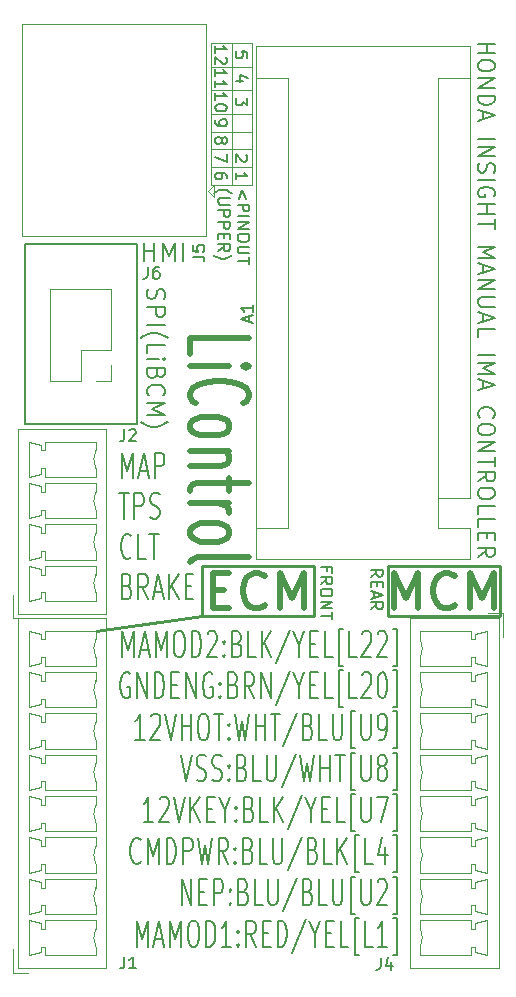
<source format=gbr>
%TF.GenerationSoftware,KiCad,Pcbnew,(5.1.9-0-10_14)*%
%TF.CreationDate,2023-05-28T23:00:20-04:00*%
%TF.ProjectId,LiControl,4c69436f-6e74-4726-9f6c-2e6b69636164,rev?*%
%TF.SameCoordinates,Original*%
%TF.FileFunction,Legend,Top*%
%TF.FilePolarity,Positive*%
%FSLAX46Y46*%
G04 Gerber Fmt 4.6, Leading zero omitted, Abs format (unit mm)*
G04 Created by KiCad (PCBNEW (5.1.9-0-10_14)) date 2023-05-28 23:00:20*
%MOMM*%
%LPD*%
G01*
G04 APERTURE LIST*
%ADD10C,0.150000*%
%ADD11C,0.250000*%
%ADD12C,0.200000*%
%ADD13C,0.120000*%
%ADD14C,0.500000*%
G04 APERTURE END LIST*
D10*
X115047619Y-113678571D02*
X115523809Y-113345238D01*
X115047619Y-113107142D02*
X116047619Y-113107142D01*
X116047619Y-113488095D01*
X116000000Y-113583333D01*
X115952380Y-113630952D01*
X115857142Y-113678571D01*
X115714285Y-113678571D01*
X115619047Y-113630952D01*
X115571428Y-113583333D01*
X115523809Y-113488095D01*
X115523809Y-113107142D01*
X115571428Y-114107142D02*
X115571428Y-114440476D01*
X115047619Y-114583333D02*
X115047619Y-114107142D01*
X116047619Y-114107142D01*
X116047619Y-114583333D01*
X115333333Y-114964285D02*
X115333333Y-115440476D01*
X115047619Y-114869047D02*
X116047619Y-115202380D01*
X115047619Y-115535714D01*
X115047619Y-116440476D02*
X115523809Y-116107142D01*
X115047619Y-115869047D02*
X116047619Y-115869047D01*
X116047619Y-116249999D01*
X116000000Y-116345238D01*
X115952380Y-116392857D01*
X115857142Y-116440476D01*
X115714285Y-116440476D01*
X115619047Y-116392857D01*
X115571428Y-116345238D01*
X115523809Y-116249999D01*
X115523809Y-115869047D01*
X111321428Y-113214285D02*
X111321428Y-112880952D01*
X110797619Y-112880952D02*
X111797619Y-112880952D01*
X111797619Y-113357142D01*
X110797619Y-114309523D02*
X111273809Y-113976190D01*
X110797619Y-113738095D02*
X111797619Y-113738095D01*
X111797619Y-114119047D01*
X111750000Y-114214285D01*
X111702380Y-114261904D01*
X111607142Y-114309523D01*
X111464285Y-114309523D01*
X111369047Y-114261904D01*
X111321428Y-114214285D01*
X111273809Y-114119047D01*
X111273809Y-113738095D01*
X111797619Y-114928571D02*
X111797619Y-115119047D01*
X111750000Y-115214285D01*
X111654761Y-115309523D01*
X111464285Y-115357142D01*
X111130952Y-115357142D01*
X110940476Y-115309523D01*
X110845238Y-115214285D01*
X110797619Y-115119047D01*
X110797619Y-114928571D01*
X110845238Y-114833333D01*
X110940476Y-114738095D01*
X111130952Y-114690476D01*
X111464285Y-114690476D01*
X111654761Y-114738095D01*
X111750000Y-114833333D01*
X111797619Y-114928571D01*
X110797619Y-115785714D02*
X111797619Y-115785714D01*
X110797619Y-116357142D01*
X111797619Y-116357142D01*
X111797619Y-116690476D02*
X111797619Y-117261904D01*
X110797619Y-116976190D02*
X111797619Y-116976190D01*
D11*
X126000000Y-117000000D02*
X116500000Y-117000000D01*
X116500000Y-117000000D02*
X116500000Y-112750000D01*
X126000000Y-112750000D02*
X126000000Y-117000000D01*
X116500000Y-112750000D02*
X126000000Y-112750000D01*
X110250000Y-117000000D02*
X100750000Y-117000000D01*
X110250000Y-112750000D02*
X110250000Y-117000000D01*
X100750000Y-112750000D02*
X110250000Y-112750000D01*
X100750000Y-117000000D02*
X100750000Y-112750000D01*
X91750000Y-118250000D02*
X100750000Y-117000000D01*
D10*
X124116666Y-68549999D02*
X125516666Y-68549999D01*
X124850000Y-68549999D02*
X124850000Y-69349999D01*
X124116666Y-69349999D02*
X125516666Y-69349999D01*
X125516666Y-70283333D02*
X125516666Y-70549999D01*
X125450000Y-70683333D01*
X125316666Y-70816666D01*
X125050000Y-70883333D01*
X124583333Y-70883333D01*
X124316666Y-70816666D01*
X124183333Y-70683333D01*
X124116666Y-70549999D01*
X124116666Y-70283333D01*
X124183333Y-70149999D01*
X124316666Y-70016666D01*
X124583333Y-69949999D01*
X125050000Y-69949999D01*
X125316666Y-70016666D01*
X125450000Y-70149999D01*
X125516666Y-70283333D01*
X124116666Y-71483333D02*
X125516666Y-71483333D01*
X124116666Y-72283333D01*
X125516666Y-72283333D01*
X124116666Y-72949999D02*
X125516666Y-72949999D01*
X125516666Y-73283333D01*
X125450000Y-73483333D01*
X125316666Y-73616666D01*
X125183333Y-73683333D01*
X124916666Y-73749999D01*
X124716666Y-73749999D01*
X124450000Y-73683333D01*
X124316666Y-73616666D01*
X124183333Y-73483333D01*
X124116666Y-73283333D01*
X124116666Y-72949999D01*
X124516666Y-74283333D02*
X124516666Y-74949999D01*
X124116666Y-74149999D02*
X125516666Y-74616666D01*
X124116666Y-75083333D01*
X124116666Y-76616666D02*
X125516666Y-76616666D01*
X124116666Y-77283333D02*
X125516666Y-77283333D01*
X124116666Y-78083333D01*
X125516666Y-78083333D01*
X124183333Y-78683333D02*
X124116666Y-78883333D01*
X124116666Y-79216666D01*
X124183333Y-79349999D01*
X124250000Y-79416666D01*
X124383333Y-79483333D01*
X124516666Y-79483333D01*
X124650000Y-79416666D01*
X124716666Y-79349999D01*
X124783333Y-79216666D01*
X124850000Y-78949999D01*
X124916666Y-78816666D01*
X124983333Y-78749999D01*
X125116666Y-78683333D01*
X125250000Y-78683333D01*
X125383333Y-78749999D01*
X125450000Y-78816666D01*
X125516666Y-78949999D01*
X125516666Y-79283333D01*
X125450000Y-79483333D01*
X124116666Y-80083333D02*
X125516666Y-80083333D01*
X125450000Y-81483333D02*
X125516666Y-81349999D01*
X125516666Y-81149999D01*
X125450000Y-80949999D01*
X125316666Y-80816666D01*
X125183333Y-80749999D01*
X124916666Y-80683333D01*
X124716666Y-80683333D01*
X124450000Y-80749999D01*
X124316666Y-80816666D01*
X124183333Y-80949999D01*
X124116666Y-81149999D01*
X124116666Y-81283333D01*
X124183333Y-81483333D01*
X124250000Y-81549999D01*
X124716666Y-81549999D01*
X124716666Y-81283333D01*
X124116666Y-82149999D02*
X125516666Y-82149999D01*
X124850000Y-82149999D02*
X124850000Y-82949999D01*
X124116666Y-82949999D02*
X125516666Y-82949999D01*
X125516666Y-83416666D02*
X125516666Y-84216666D01*
X124116666Y-83816666D02*
X125516666Y-83816666D01*
X124116666Y-85749999D02*
X125516666Y-85749999D01*
X124516666Y-86216666D01*
X125516666Y-86683333D01*
X124116666Y-86683333D01*
X124516666Y-87283333D02*
X124516666Y-87949999D01*
X124116666Y-87149999D02*
X125516666Y-87616666D01*
X124116666Y-88083333D01*
X124116666Y-88549999D02*
X125516666Y-88549999D01*
X124116666Y-89349999D01*
X125516666Y-89349999D01*
X125516666Y-90016666D02*
X124383333Y-90016666D01*
X124250000Y-90083333D01*
X124183333Y-90149999D01*
X124116666Y-90283333D01*
X124116666Y-90549999D01*
X124183333Y-90683333D01*
X124250000Y-90749999D01*
X124383333Y-90816666D01*
X125516666Y-90816666D01*
X124516666Y-91416666D02*
X124516666Y-92083333D01*
X124116666Y-91283333D02*
X125516666Y-91749999D01*
X124116666Y-92216666D01*
X124116666Y-93349999D02*
X124116666Y-92683333D01*
X125516666Y-92683333D01*
X124116666Y-94883333D02*
X125516666Y-94883333D01*
X124116666Y-95549999D02*
X125516666Y-95549999D01*
X124516666Y-96016666D01*
X125516666Y-96483333D01*
X124116666Y-96483333D01*
X124516666Y-97083333D02*
X124516666Y-97749999D01*
X124116666Y-96949999D02*
X125516666Y-97416666D01*
X124116666Y-97883333D01*
X124250000Y-100216666D02*
X124183333Y-100150000D01*
X124116666Y-99950000D01*
X124116666Y-99816666D01*
X124183333Y-99616666D01*
X124316666Y-99483333D01*
X124450000Y-99416666D01*
X124716666Y-99350000D01*
X124916666Y-99350000D01*
X125183333Y-99416666D01*
X125316666Y-99483333D01*
X125450000Y-99616666D01*
X125516666Y-99816666D01*
X125516666Y-99950000D01*
X125450000Y-100150000D01*
X125383333Y-100216666D01*
X125516666Y-101083333D02*
X125516666Y-101350000D01*
X125450000Y-101483333D01*
X125316666Y-101616666D01*
X125050000Y-101683333D01*
X124583333Y-101683333D01*
X124316666Y-101616666D01*
X124183333Y-101483333D01*
X124116666Y-101350000D01*
X124116666Y-101083333D01*
X124183333Y-100950000D01*
X124316666Y-100816666D01*
X124583333Y-100750000D01*
X125050000Y-100750000D01*
X125316666Y-100816666D01*
X125450000Y-100950000D01*
X125516666Y-101083333D01*
X124116666Y-102283333D02*
X125516666Y-102283333D01*
X124116666Y-103083333D01*
X125516666Y-103083333D01*
X125516666Y-103550000D02*
X125516666Y-104350000D01*
X124116666Y-103950000D02*
X125516666Y-103950000D01*
X124116666Y-105616666D02*
X124783333Y-105150000D01*
X124116666Y-104816666D02*
X125516666Y-104816666D01*
X125516666Y-105350000D01*
X125450000Y-105483333D01*
X125383333Y-105550000D01*
X125250000Y-105616666D01*
X125050000Y-105616666D01*
X124916666Y-105550000D01*
X124850000Y-105483333D01*
X124783333Y-105350000D01*
X124783333Y-104816666D01*
X125516666Y-106483333D02*
X125516666Y-106750000D01*
X125450000Y-106883333D01*
X125316666Y-107016666D01*
X125050000Y-107083333D01*
X124583333Y-107083333D01*
X124316666Y-107016666D01*
X124183333Y-106883333D01*
X124116666Y-106750000D01*
X124116666Y-106483333D01*
X124183333Y-106350000D01*
X124316666Y-106216666D01*
X124583333Y-106150000D01*
X125050000Y-106150000D01*
X125316666Y-106216666D01*
X125450000Y-106350000D01*
X125516666Y-106483333D01*
X124116666Y-108350000D02*
X124116666Y-107683333D01*
X125516666Y-107683333D01*
X124116666Y-109483333D02*
X124116666Y-108816666D01*
X125516666Y-108816666D01*
X124850000Y-109950000D02*
X124850000Y-110416666D01*
X124116666Y-110616666D02*
X124116666Y-109950000D01*
X125516666Y-109950000D01*
X125516666Y-110616666D01*
X124116666Y-112016666D02*
X124783333Y-111550000D01*
X124116666Y-111216666D02*
X125516666Y-111216666D01*
X125516666Y-111750000D01*
X125450000Y-111883333D01*
X125383333Y-111950000D01*
X125250000Y-112016666D01*
X125050000Y-112016666D01*
X124916666Y-111950000D01*
X124850000Y-111883333D01*
X124783333Y-111750000D01*
X124783333Y-111216666D01*
D12*
X96192857Y-89342857D02*
X96121428Y-89557142D01*
X96121428Y-89914285D01*
X96192857Y-90057142D01*
X96264285Y-90128571D01*
X96407142Y-90200000D01*
X96550000Y-90200000D01*
X96692857Y-90128571D01*
X96764285Y-90057142D01*
X96835714Y-89914285D01*
X96907142Y-89628571D01*
X96978571Y-89485714D01*
X97050000Y-89414285D01*
X97192857Y-89342857D01*
X97335714Y-89342857D01*
X97478571Y-89414285D01*
X97550000Y-89485714D01*
X97621428Y-89628571D01*
X97621428Y-89985714D01*
X97550000Y-90200000D01*
X96121428Y-90842857D02*
X97621428Y-90842857D01*
X97621428Y-91414285D01*
X97550000Y-91557142D01*
X97478571Y-91628571D01*
X97335714Y-91700000D01*
X97121428Y-91700000D01*
X96978571Y-91628571D01*
X96907142Y-91557142D01*
X96835714Y-91414285D01*
X96835714Y-90842857D01*
X96121428Y-92342857D02*
X97621428Y-92342857D01*
X95550000Y-93485714D02*
X95621428Y-93414285D01*
X95835714Y-93271428D01*
X95978571Y-93200000D01*
X96192857Y-93128571D01*
X96550000Y-93057142D01*
X96835714Y-93057142D01*
X97192857Y-93128571D01*
X97407142Y-93200000D01*
X97550000Y-93271428D01*
X97764285Y-93414285D01*
X97835714Y-93485714D01*
X96121428Y-94771428D02*
X96121428Y-94057142D01*
X97621428Y-94057142D01*
X96121428Y-95271428D02*
X97121428Y-95271428D01*
X97621428Y-95271428D02*
X97550000Y-95200000D01*
X97478571Y-95271428D01*
X97550000Y-95342857D01*
X97621428Y-95271428D01*
X97478571Y-95271428D01*
X96907142Y-96485714D02*
X96835714Y-96700000D01*
X96764285Y-96771428D01*
X96621428Y-96842857D01*
X96407142Y-96842857D01*
X96264285Y-96771428D01*
X96192857Y-96700000D01*
X96121428Y-96557142D01*
X96121428Y-95985714D01*
X97621428Y-95985714D01*
X97621428Y-96485714D01*
X97550000Y-96628571D01*
X97478571Y-96700000D01*
X97335714Y-96771428D01*
X97192857Y-96771428D01*
X97050000Y-96700000D01*
X96978571Y-96628571D01*
X96907142Y-96485714D01*
X96907142Y-95985714D01*
X96264285Y-98342857D02*
X96192857Y-98271428D01*
X96121428Y-98057142D01*
X96121428Y-97914285D01*
X96192857Y-97700000D01*
X96335714Y-97557142D01*
X96478571Y-97485714D01*
X96764285Y-97414285D01*
X96978571Y-97414285D01*
X97264285Y-97485714D01*
X97407142Y-97557142D01*
X97550000Y-97700000D01*
X97621428Y-97914285D01*
X97621428Y-98057142D01*
X97550000Y-98271428D01*
X97478571Y-98342857D01*
X96121428Y-98985714D02*
X97621428Y-98985714D01*
X96550000Y-99485714D01*
X97621428Y-99985714D01*
X96121428Y-99985714D01*
X95550000Y-100557142D02*
X95621428Y-100628571D01*
X95835714Y-100771428D01*
X95978571Y-100842857D01*
X96192857Y-100914285D01*
X96550000Y-100985714D01*
X96835714Y-100985714D01*
X97192857Y-100914285D01*
X97407142Y-100842857D01*
X97550000Y-100771428D01*
X97764285Y-100628571D01*
X97835714Y-100557142D01*
D10*
X104439285Y-81697500D02*
X104153571Y-80935595D01*
X103867857Y-81697500D01*
X103772619Y-82173690D02*
X104772619Y-82173690D01*
X104772619Y-82554642D01*
X104725000Y-82649880D01*
X104677380Y-82697500D01*
X104582142Y-82745119D01*
X104439285Y-82745119D01*
X104344047Y-82697500D01*
X104296428Y-82649880D01*
X104248809Y-82554642D01*
X104248809Y-82173690D01*
X103772619Y-83173690D02*
X104772619Y-83173690D01*
X103772619Y-83649880D02*
X104772619Y-83649880D01*
X103772619Y-84221309D01*
X104772619Y-84221309D01*
X104772619Y-84887976D02*
X104772619Y-85078452D01*
X104725000Y-85173690D01*
X104629761Y-85268928D01*
X104439285Y-85316547D01*
X104105952Y-85316547D01*
X103915476Y-85268928D01*
X103820238Y-85173690D01*
X103772619Y-85078452D01*
X103772619Y-84887976D01*
X103820238Y-84792738D01*
X103915476Y-84697500D01*
X104105952Y-84649880D01*
X104439285Y-84649880D01*
X104629761Y-84697500D01*
X104725000Y-84792738D01*
X104772619Y-84887976D01*
X104772619Y-85745119D02*
X103963095Y-85745119D01*
X103867857Y-85792738D01*
X103820238Y-85840357D01*
X103772619Y-85935595D01*
X103772619Y-86126071D01*
X103820238Y-86221309D01*
X103867857Y-86268928D01*
X103963095Y-86316547D01*
X104772619Y-86316547D01*
X104772619Y-86649880D02*
X104772619Y-87221309D01*
X103772619Y-86935595D02*
X104772619Y-86935595D01*
X101741666Y-81221309D02*
X101789285Y-81173690D01*
X101932142Y-81078452D01*
X102027380Y-81030833D01*
X102170238Y-80983214D01*
X102408333Y-80935595D01*
X102598809Y-80935595D01*
X102836904Y-80983214D01*
X102979761Y-81030833D01*
X103075000Y-81078452D01*
X103217857Y-81173690D01*
X103265476Y-81221309D01*
X103122619Y-81602261D02*
X102313095Y-81602261D01*
X102217857Y-81649880D01*
X102170238Y-81697500D01*
X102122619Y-81792738D01*
X102122619Y-81983214D01*
X102170238Y-82078452D01*
X102217857Y-82126071D01*
X102313095Y-82173690D01*
X103122619Y-82173690D01*
X102122619Y-82649880D02*
X103122619Y-82649880D01*
X103122619Y-83030833D01*
X103075000Y-83126071D01*
X103027380Y-83173690D01*
X102932142Y-83221309D01*
X102789285Y-83221309D01*
X102694047Y-83173690D01*
X102646428Y-83126071D01*
X102598809Y-83030833D01*
X102598809Y-82649880D01*
X102122619Y-83649880D02*
X103122619Y-83649880D01*
X103122619Y-84030833D01*
X103075000Y-84126071D01*
X103027380Y-84173690D01*
X102932142Y-84221309D01*
X102789285Y-84221309D01*
X102694047Y-84173690D01*
X102646428Y-84126071D01*
X102598809Y-84030833D01*
X102598809Y-83649880D01*
X102646428Y-84649880D02*
X102646428Y-84983214D01*
X102122619Y-85126071D02*
X102122619Y-84649880D01*
X103122619Y-84649880D01*
X103122619Y-85126071D01*
X102122619Y-86126071D02*
X102598809Y-85792738D01*
X102122619Y-85554642D02*
X103122619Y-85554642D01*
X103122619Y-85935595D01*
X103075000Y-86030833D01*
X103027380Y-86078452D01*
X102932142Y-86126071D01*
X102789285Y-86126071D01*
X102694047Y-86078452D01*
X102646428Y-86030833D01*
X102598809Y-85935595D01*
X102598809Y-85554642D01*
X101741666Y-86459404D02*
X101789285Y-86507023D01*
X101932142Y-86602261D01*
X102027380Y-86649880D01*
X102170238Y-86697500D01*
X102408333Y-86745119D01*
X102598809Y-86745119D01*
X102836904Y-86697500D01*
X102979761Y-86649880D01*
X103075000Y-86602261D01*
X103217857Y-86507023D01*
X103265476Y-86459404D01*
X102847619Y-77916666D02*
X102847619Y-78583333D01*
X101847619Y-78154761D01*
X102419047Y-76654761D02*
X102466666Y-76559523D01*
X102514285Y-76511904D01*
X102609523Y-76464285D01*
X102657142Y-76464285D01*
X102752380Y-76511904D01*
X102800000Y-76559523D01*
X102847619Y-76654761D01*
X102847619Y-76845238D01*
X102800000Y-76940476D01*
X102752380Y-76988095D01*
X102657142Y-77035714D01*
X102609523Y-77035714D01*
X102514285Y-76988095D01*
X102466666Y-76940476D01*
X102419047Y-76845238D01*
X102419047Y-76654761D01*
X102371428Y-76559523D01*
X102323809Y-76511904D01*
X102228571Y-76464285D01*
X102038095Y-76464285D01*
X101942857Y-76511904D01*
X101895238Y-76559523D01*
X101847619Y-76654761D01*
X101847619Y-76845238D01*
X101895238Y-76940476D01*
X101942857Y-76988095D01*
X102038095Y-77035714D01*
X102228571Y-77035714D01*
X102323809Y-76988095D01*
X102371428Y-76940476D01*
X102419047Y-76845238D01*
X101847619Y-75059523D02*
X101847619Y-75250000D01*
X101895238Y-75345238D01*
X101942857Y-75392857D01*
X102085714Y-75488095D01*
X102276190Y-75535714D01*
X102657142Y-75535714D01*
X102752380Y-75488095D01*
X102800000Y-75440476D01*
X102847619Y-75345238D01*
X102847619Y-75154761D01*
X102800000Y-75059523D01*
X102752380Y-75011904D01*
X102657142Y-74964285D01*
X102419047Y-74964285D01*
X102323809Y-75011904D01*
X102276190Y-75059523D01*
X102228571Y-75154761D01*
X102228571Y-75345238D01*
X102276190Y-75440476D01*
X102323809Y-75488095D01*
X102419047Y-75535714D01*
X101847619Y-73309523D02*
X101847619Y-72738095D01*
X101847619Y-73023809D02*
X102847619Y-73023809D01*
X102704761Y-72928571D01*
X102609523Y-72833333D01*
X102561904Y-72738095D01*
X102847619Y-73928571D02*
X102847619Y-74023809D01*
X102800000Y-74119047D01*
X102752380Y-74166666D01*
X102657142Y-74214285D01*
X102466666Y-74261904D01*
X102228571Y-74261904D01*
X102038095Y-74214285D01*
X101942857Y-74166666D01*
X101895238Y-74119047D01*
X101847619Y-74023809D01*
X101847619Y-73928571D01*
X101895238Y-73833333D01*
X101942857Y-73785714D01*
X102038095Y-73738095D01*
X102228571Y-73690476D01*
X102466666Y-73690476D01*
X102657142Y-73738095D01*
X102752380Y-73785714D01*
X102800000Y-73833333D01*
X102847619Y-73928571D01*
X101847619Y-71309523D02*
X101847619Y-70738095D01*
X101847619Y-71023809D02*
X102847619Y-71023809D01*
X102704761Y-70928571D01*
X102609523Y-70833333D01*
X102561904Y-70738095D01*
X101847619Y-72261904D02*
X101847619Y-71690476D01*
X101847619Y-71976190D02*
X102847619Y-71976190D01*
X102704761Y-71880952D01*
X102609523Y-71785714D01*
X102561904Y-71690476D01*
D13*
X101500000Y-68500000D02*
X105000000Y-68500000D01*
X101500000Y-70500000D02*
X105000000Y-70500000D01*
X101500000Y-72500000D02*
X105000000Y-72500000D01*
X101500000Y-74500000D02*
X105000000Y-74500000D01*
X101500000Y-76000000D02*
X105000000Y-76000000D01*
X101500000Y-77500000D02*
X105000000Y-77500000D01*
X101500000Y-79000000D02*
X105000000Y-79000000D01*
X101500000Y-80500000D02*
X105000000Y-80500000D01*
D10*
X101847619Y-69309523D02*
X101847619Y-68738095D01*
X101847619Y-69023809D02*
X102847619Y-69023809D01*
X102704761Y-68928571D01*
X102609523Y-68833333D01*
X102561904Y-68738095D01*
X102752380Y-69690476D02*
X102800000Y-69738095D01*
X102847619Y-69833333D01*
X102847619Y-70071428D01*
X102800000Y-70166666D01*
X102752380Y-70214285D01*
X102657142Y-70261904D01*
X102561904Y-70261904D01*
X102419047Y-70214285D01*
X101847619Y-69642857D01*
X101847619Y-70261904D01*
X85750000Y-100750000D02*
X95250000Y-100750000D01*
X85750000Y-85500000D02*
X85750000Y-100750000D01*
X95250000Y-85500000D02*
X85750000Y-85500000D01*
X95250000Y-100750000D02*
X95250000Y-85500000D01*
X104597619Y-73166666D02*
X104597619Y-73785714D01*
X104216666Y-73452380D01*
X104216666Y-73595238D01*
X104169047Y-73690476D01*
X104121428Y-73738095D01*
X104026190Y-73785714D01*
X103788095Y-73785714D01*
X103692857Y-73738095D01*
X103645238Y-73690476D01*
X103597619Y-73595238D01*
X103597619Y-73309523D01*
X103645238Y-73214285D01*
X103692857Y-73166666D01*
X102847619Y-79940476D02*
X102847619Y-79750000D01*
X102800000Y-79654761D01*
X102752380Y-79607142D01*
X102609523Y-79511904D01*
X102419047Y-79464285D01*
X102038095Y-79464285D01*
X101942857Y-79511904D01*
X101895238Y-79559523D01*
X101847619Y-79654761D01*
X101847619Y-79845238D01*
X101895238Y-79940476D01*
X101942857Y-79988095D01*
X102038095Y-80035714D01*
X102276190Y-80035714D01*
X102371428Y-79988095D01*
X102419047Y-79940476D01*
X102466666Y-79845238D01*
X102466666Y-79654761D01*
X102419047Y-79559523D01*
X102371428Y-79511904D01*
X102276190Y-79464285D01*
X104597619Y-69738095D02*
X104597619Y-69261904D01*
X104121428Y-69214285D01*
X104169047Y-69261904D01*
X104216666Y-69357142D01*
X104216666Y-69595238D01*
X104169047Y-69690476D01*
X104121428Y-69738095D01*
X104026190Y-69785714D01*
X103788095Y-69785714D01*
X103692857Y-69738095D01*
X103645238Y-69690476D01*
X103597619Y-69595238D01*
X103597619Y-69357142D01*
X103645238Y-69261904D01*
X103692857Y-69214285D01*
X104264285Y-71690476D02*
X103597619Y-71690476D01*
X104645238Y-71452380D02*
X103930952Y-71214285D01*
X103930952Y-71833333D01*
X104502380Y-77964285D02*
X104550000Y-78011904D01*
X104597619Y-78107142D01*
X104597619Y-78345238D01*
X104550000Y-78440476D01*
X104502380Y-78488095D01*
X104407142Y-78535714D01*
X104311904Y-78535714D01*
X104169047Y-78488095D01*
X103597619Y-77916666D01*
X103597619Y-78535714D01*
X103597619Y-80035714D02*
X103597619Y-79464285D01*
X103597619Y-79750000D02*
X104597619Y-79750000D01*
X104454761Y-79654761D01*
X104359523Y-79559523D01*
X104311904Y-79464285D01*
D13*
X103250000Y-68500000D02*
X103250000Y-80500000D01*
X101500000Y-80500000D02*
X101500000Y-68500000D01*
X105000000Y-68500000D02*
X105000000Y-80500000D01*
D12*
X95857142Y-86928571D02*
X95857142Y-85428571D01*
X95857142Y-86142857D02*
X96714285Y-86142857D01*
X96714285Y-86928571D02*
X96714285Y-85428571D01*
X97428571Y-86928571D02*
X97428571Y-85428571D01*
X97928571Y-86500000D01*
X98428571Y-85428571D01*
X98428571Y-86928571D01*
X99142857Y-86928571D02*
X99142857Y-85428571D01*
X93963333Y-105335119D02*
X93963333Y-103185119D01*
X94430000Y-104720833D01*
X94896666Y-103185119D01*
X94896666Y-105335119D01*
X95496666Y-104720833D02*
X96163333Y-104720833D01*
X95363333Y-105335119D02*
X95830000Y-103185119D01*
X96296666Y-105335119D01*
X96763333Y-105335119D02*
X96763333Y-103185119D01*
X97296666Y-103185119D01*
X97430000Y-103287500D01*
X97496666Y-103389880D01*
X97563333Y-103594642D01*
X97563333Y-103901785D01*
X97496666Y-104106547D01*
X97430000Y-104208928D01*
X97296666Y-104311309D01*
X96763333Y-104311309D01*
X93763333Y-106610119D02*
X94563333Y-106610119D01*
X94163333Y-108760119D02*
X94163333Y-106610119D01*
X95030000Y-108760119D02*
X95030000Y-106610119D01*
X95563333Y-106610119D01*
X95696666Y-106712500D01*
X95763333Y-106814880D01*
X95830000Y-107019642D01*
X95830000Y-107326785D01*
X95763333Y-107531547D01*
X95696666Y-107633928D01*
X95563333Y-107736309D01*
X95030000Y-107736309D01*
X96363333Y-108657738D02*
X96563333Y-108760119D01*
X96896666Y-108760119D01*
X97030000Y-108657738D01*
X97096666Y-108555357D01*
X97163333Y-108350595D01*
X97163333Y-108145833D01*
X97096666Y-107941071D01*
X97030000Y-107838690D01*
X96896666Y-107736309D01*
X96630000Y-107633928D01*
X96496666Y-107531547D01*
X96430000Y-107429166D01*
X96363333Y-107224404D01*
X96363333Y-107019642D01*
X96430000Y-106814880D01*
X96496666Y-106712500D01*
X96630000Y-106610119D01*
X96963333Y-106610119D01*
X97163333Y-106712500D01*
X94763333Y-111980357D02*
X94696666Y-112082738D01*
X94496666Y-112185119D01*
X94363333Y-112185119D01*
X94163333Y-112082738D01*
X94030000Y-111877976D01*
X93963333Y-111673214D01*
X93896666Y-111263690D01*
X93896666Y-110956547D01*
X93963333Y-110547023D01*
X94030000Y-110342261D01*
X94163333Y-110137500D01*
X94363333Y-110035119D01*
X94496666Y-110035119D01*
X94696666Y-110137500D01*
X94763333Y-110239880D01*
X96030000Y-112185119D02*
X95363333Y-112185119D01*
X95363333Y-110035119D01*
X96296666Y-110035119D02*
X97096666Y-110035119D01*
X96696666Y-112185119D02*
X96696666Y-110035119D01*
X94430000Y-114483928D02*
X94630000Y-114586309D01*
X94696666Y-114688690D01*
X94763333Y-114893452D01*
X94763333Y-115200595D01*
X94696666Y-115405357D01*
X94630000Y-115507738D01*
X94496666Y-115610119D01*
X93963333Y-115610119D01*
X93963333Y-113460119D01*
X94430000Y-113460119D01*
X94563333Y-113562500D01*
X94630000Y-113664880D01*
X94696666Y-113869642D01*
X94696666Y-114074404D01*
X94630000Y-114279166D01*
X94563333Y-114381547D01*
X94430000Y-114483928D01*
X93963333Y-114483928D01*
X96163333Y-115610119D02*
X95696666Y-114586309D01*
X95363333Y-115610119D02*
X95363333Y-113460119D01*
X95896666Y-113460119D01*
X96030000Y-113562500D01*
X96096666Y-113664880D01*
X96163333Y-113869642D01*
X96163333Y-114176785D01*
X96096666Y-114381547D01*
X96030000Y-114483928D01*
X95896666Y-114586309D01*
X95363333Y-114586309D01*
X96696666Y-114995833D02*
X97363333Y-114995833D01*
X96563333Y-115610119D02*
X97030000Y-113460119D01*
X97496666Y-115610119D01*
X97963333Y-115610119D02*
X97963333Y-113460119D01*
X98763333Y-115610119D02*
X98163333Y-114381547D01*
X98763333Y-113460119D02*
X97963333Y-114688690D01*
X99363333Y-114483928D02*
X99830000Y-114483928D01*
X100030000Y-115610119D02*
X99363333Y-115610119D01*
X99363333Y-113460119D01*
X100030000Y-113460119D01*
D14*
X99738095Y-94871428D02*
X99738095Y-93442857D01*
X104738095Y-93442857D01*
X99738095Y-95871428D02*
X103071428Y-95871428D01*
X104738095Y-95871428D02*
X104500000Y-95728571D01*
X104261904Y-95871428D01*
X104500000Y-96014285D01*
X104738095Y-95871428D01*
X104261904Y-95871428D01*
X100214285Y-99014285D02*
X99976190Y-98871428D01*
X99738095Y-98442857D01*
X99738095Y-98157142D01*
X99976190Y-97728571D01*
X100452380Y-97442857D01*
X100928571Y-97300000D01*
X101880952Y-97157142D01*
X102595238Y-97157142D01*
X103547619Y-97300000D01*
X104023809Y-97442857D01*
X104500000Y-97728571D01*
X104738095Y-98157142D01*
X104738095Y-98442857D01*
X104500000Y-98871428D01*
X104261904Y-99014285D01*
X99738095Y-100728571D02*
X99976190Y-100442857D01*
X100214285Y-100300000D01*
X100690476Y-100157142D01*
X102119047Y-100157142D01*
X102595238Y-100300000D01*
X102833333Y-100442857D01*
X103071428Y-100728571D01*
X103071428Y-101157142D01*
X102833333Y-101442857D01*
X102595238Y-101585714D01*
X102119047Y-101728571D01*
X100690476Y-101728571D01*
X100214285Y-101585714D01*
X99976190Y-101442857D01*
X99738095Y-101157142D01*
X99738095Y-100728571D01*
X103071428Y-103014285D02*
X99738095Y-103014285D01*
X102595238Y-103014285D02*
X102833333Y-103157142D01*
X103071428Y-103442857D01*
X103071428Y-103871428D01*
X102833333Y-104157142D01*
X102357142Y-104300000D01*
X99738095Y-104300000D01*
X103071428Y-105300000D02*
X103071428Y-106442857D01*
X104738095Y-105728571D02*
X100452380Y-105728571D01*
X99976190Y-105871428D01*
X99738095Y-106157142D01*
X99738095Y-106442857D01*
X99738095Y-107442857D02*
X103071428Y-107442857D01*
X102119047Y-107442857D02*
X102595238Y-107585714D01*
X102833333Y-107728571D01*
X103071428Y-108014285D01*
X103071428Y-108300000D01*
X99738095Y-109728571D02*
X99976190Y-109442857D01*
X100214285Y-109300000D01*
X100690476Y-109157142D01*
X102119047Y-109157142D01*
X102595238Y-109300000D01*
X102833333Y-109442857D01*
X103071428Y-109728571D01*
X103071428Y-110157142D01*
X102833333Y-110442857D01*
X102595238Y-110585714D01*
X102119047Y-110728571D01*
X100690476Y-110728571D01*
X100214285Y-110585714D01*
X99976190Y-110442857D01*
X99738095Y-110157142D01*
X99738095Y-109728571D01*
X99738095Y-112442857D02*
X99976190Y-112157142D01*
X100452380Y-112014285D01*
X104738095Y-112014285D01*
X117035714Y-116357142D02*
X117035714Y-113357142D01*
X118035714Y-115500000D01*
X119035714Y-113357142D01*
X119035714Y-116357142D01*
X122178571Y-116071428D02*
X122035714Y-116214285D01*
X121607142Y-116357142D01*
X121321428Y-116357142D01*
X120892857Y-116214285D01*
X120607142Y-115928571D01*
X120464285Y-115642857D01*
X120321428Y-115071428D01*
X120321428Y-114642857D01*
X120464285Y-114071428D01*
X120607142Y-113785714D01*
X120892857Y-113500000D01*
X121321428Y-113357142D01*
X121607142Y-113357142D01*
X122035714Y-113500000D01*
X122178571Y-113642857D01*
X123464285Y-116357142D02*
X123464285Y-113357142D01*
X124464285Y-115500000D01*
X125464285Y-113357142D01*
X125464285Y-116357142D01*
X101642857Y-114785714D02*
X102642857Y-114785714D01*
X103071428Y-116357142D02*
X101642857Y-116357142D01*
X101642857Y-113357142D01*
X103071428Y-113357142D01*
X106071428Y-116071428D02*
X105928571Y-116214285D01*
X105500000Y-116357142D01*
X105214285Y-116357142D01*
X104785714Y-116214285D01*
X104500000Y-115928571D01*
X104357142Y-115642857D01*
X104214285Y-115071428D01*
X104214285Y-114642857D01*
X104357142Y-114071428D01*
X104500000Y-113785714D01*
X104785714Y-113500000D01*
X105214285Y-113357142D01*
X105500000Y-113357142D01*
X105928571Y-113500000D01*
X106071428Y-113642857D01*
X107357142Y-116357142D02*
X107357142Y-113357142D01*
X108357142Y-115500000D01*
X109357142Y-113357142D01*
X109357142Y-116357142D01*
D12*
X94019999Y-120495238D02*
X94019999Y-118295238D01*
X94486666Y-119866666D01*
X94953333Y-118295238D01*
X94953333Y-120495238D01*
X95553333Y-119866666D02*
X96219999Y-119866666D01*
X95419999Y-120495238D02*
X95886666Y-118295238D01*
X96353333Y-120495238D01*
X96819999Y-120495238D02*
X96819999Y-118295238D01*
X97286666Y-119866666D01*
X97753333Y-118295238D01*
X97753333Y-120495238D01*
X98686666Y-118295238D02*
X98953333Y-118295238D01*
X99086666Y-118400000D01*
X99219999Y-118609523D01*
X99286666Y-119028571D01*
X99286666Y-119761904D01*
X99219999Y-120180952D01*
X99086666Y-120390476D01*
X98953333Y-120495238D01*
X98686666Y-120495238D01*
X98553333Y-120390476D01*
X98419999Y-120180952D01*
X98353333Y-119761904D01*
X98353333Y-119028571D01*
X98419999Y-118609523D01*
X98553333Y-118400000D01*
X98686666Y-118295238D01*
X99886666Y-120495238D02*
X99886666Y-118295238D01*
X100219999Y-118295238D01*
X100419999Y-118400000D01*
X100553333Y-118609523D01*
X100619999Y-118819047D01*
X100686666Y-119238095D01*
X100686666Y-119552380D01*
X100619999Y-119971428D01*
X100553333Y-120180952D01*
X100419999Y-120390476D01*
X100219999Y-120495238D01*
X99886666Y-120495238D01*
X101219999Y-118504761D02*
X101286666Y-118400000D01*
X101419999Y-118295238D01*
X101753333Y-118295238D01*
X101886666Y-118400000D01*
X101953333Y-118504761D01*
X102019999Y-118714285D01*
X102019999Y-118923809D01*
X101953333Y-119238095D01*
X101153333Y-120495238D01*
X102019999Y-120495238D01*
X102619999Y-120285714D02*
X102686666Y-120390476D01*
X102619999Y-120495238D01*
X102553333Y-120390476D01*
X102619999Y-120285714D01*
X102619999Y-120495238D01*
X102619999Y-119133333D02*
X102686666Y-119238095D01*
X102619999Y-119342857D01*
X102553333Y-119238095D01*
X102619999Y-119133333D01*
X102619999Y-119342857D01*
X103753333Y-119342857D02*
X103953333Y-119447619D01*
X104019999Y-119552380D01*
X104086666Y-119761904D01*
X104086666Y-120076190D01*
X104019999Y-120285714D01*
X103953333Y-120390476D01*
X103819999Y-120495238D01*
X103286666Y-120495238D01*
X103286666Y-118295238D01*
X103753333Y-118295238D01*
X103886666Y-118400000D01*
X103953333Y-118504761D01*
X104019999Y-118714285D01*
X104019999Y-118923809D01*
X103953333Y-119133333D01*
X103886666Y-119238095D01*
X103753333Y-119342857D01*
X103286666Y-119342857D01*
X105353333Y-120495238D02*
X104686666Y-120495238D01*
X104686666Y-118295238D01*
X105819999Y-120495238D02*
X105819999Y-118295238D01*
X106619999Y-120495238D02*
X106019999Y-119238095D01*
X106619999Y-118295238D02*
X105819999Y-119552380D01*
X108219999Y-118190476D02*
X107019999Y-121019047D01*
X108953333Y-119447619D02*
X108953333Y-120495238D01*
X108486666Y-118295238D02*
X108953333Y-119447619D01*
X109419999Y-118295238D01*
X109886666Y-119342857D02*
X110353333Y-119342857D01*
X110553333Y-120495238D02*
X109886666Y-120495238D01*
X109886666Y-118295238D01*
X110553333Y-118295238D01*
X111819999Y-120495238D02*
X111153333Y-120495238D01*
X111153333Y-118295238D01*
X112686666Y-121228571D02*
X112353333Y-121228571D01*
X112353333Y-118085714D01*
X112686666Y-118085714D01*
X113886666Y-120495238D02*
X113219999Y-120495238D01*
X113219999Y-118295238D01*
X114286666Y-118504761D02*
X114353333Y-118400000D01*
X114486666Y-118295238D01*
X114819999Y-118295238D01*
X114953333Y-118400000D01*
X115019999Y-118504761D01*
X115086666Y-118714285D01*
X115086666Y-118923809D01*
X115019999Y-119238095D01*
X114219999Y-120495238D01*
X115086666Y-120495238D01*
X115619999Y-118504761D02*
X115686666Y-118400000D01*
X115819999Y-118295238D01*
X116153333Y-118295238D01*
X116286666Y-118400000D01*
X116353333Y-118504761D01*
X116419999Y-118714285D01*
X116419999Y-118923809D01*
X116353333Y-119238095D01*
X115553333Y-120495238D01*
X116419999Y-120495238D01*
X116886666Y-121228571D02*
X117219999Y-121228571D01*
X117219999Y-118085714D01*
X116886666Y-118085714D01*
X94620000Y-121900000D02*
X94486666Y-121795238D01*
X94286666Y-121795238D01*
X94086666Y-121900000D01*
X93953333Y-122109523D01*
X93886666Y-122319047D01*
X93820000Y-122738095D01*
X93820000Y-123052380D01*
X93886666Y-123471428D01*
X93953333Y-123680952D01*
X94086666Y-123890476D01*
X94286666Y-123995238D01*
X94420000Y-123995238D01*
X94620000Y-123890476D01*
X94686666Y-123785714D01*
X94686666Y-123052380D01*
X94420000Y-123052380D01*
X95286666Y-123995238D02*
X95286666Y-121795238D01*
X96086666Y-123995238D01*
X96086666Y-121795238D01*
X96753333Y-123995238D02*
X96753333Y-121795238D01*
X97086666Y-121795238D01*
X97286666Y-121900000D01*
X97420000Y-122109523D01*
X97486666Y-122319047D01*
X97553333Y-122738095D01*
X97553333Y-123052380D01*
X97486666Y-123471428D01*
X97420000Y-123680952D01*
X97286666Y-123890476D01*
X97086666Y-123995238D01*
X96753333Y-123995238D01*
X98153333Y-122842857D02*
X98620000Y-122842857D01*
X98820000Y-123995238D02*
X98153333Y-123995238D01*
X98153333Y-121795238D01*
X98820000Y-121795238D01*
X99420000Y-123995238D02*
X99420000Y-121795238D01*
X100220000Y-123995238D01*
X100220000Y-121795238D01*
X101620000Y-121900000D02*
X101486666Y-121795238D01*
X101286666Y-121795238D01*
X101086666Y-121900000D01*
X100953333Y-122109523D01*
X100886666Y-122319047D01*
X100820000Y-122738095D01*
X100820000Y-123052380D01*
X100886666Y-123471428D01*
X100953333Y-123680952D01*
X101086666Y-123890476D01*
X101286666Y-123995238D01*
X101420000Y-123995238D01*
X101620000Y-123890476D01*
X101686666Y-123785714D01*
X101686666Y-123052380D01*
X101420000Y-123052380D01*
X102286666Y-123785714D02*
X102353333Y-123890476D01*
X102286666Y-123995238D01*
X102220000Y-123890476D01*
X102286666Y-123785714D01*
X102286666Y-123995238D01*
X102286666Y-122633333D02*
X102353333Y-122738095D01*
X102286666Y-122842857D01*
X102220000Y-122738095D01*
X102286666Y-122633333D01*
X102286666Y-122842857D01*
X103420000Y-122842857D02*
X103620000Y-122947619D01*
X103686666Y-123052380D01*
X103753333Y-123261904D01*
X103753333Y-123576190D01*
X103686666Y-123785714D01*
X103620000Y-123890476D01*
X103486666Y-123995238D01*
X102953333Y-123995238D01*
X102953333Y-121795238D01*
X103420000Y-121795238D01*
X103553333Y-121900000D01*
X103620000Y-122004761D01*
X103686666Y-122214285D01*
X103686666Y-122423809D01*
X103620000Y-122633333D01*
X103553333Y-122738095D01*
X103420000Y-122842857D01*
X102953333Y-122842857D01*
X105153333Y-123995238D02*
X104686666Y-122947619D01*
X104353333Y-123995238D02*
X104353333Y-121795238D01*
X104886666Y-121795238D01*
X105020000Y-121900000D01*
X105086666Y-122004761D01*
X105153333Y-122214285D01*
X105153333Y-122528571D01*
X105086666Y-122738095D01*
X105020000Y-122842857D01*
X104886666Y-122947619D01*
X104353333Y-122947619D01*
X105753333Y-123995238D02*
X105753333Y-121795238D01*
X106553333Y-123995238D01*
X106553333Y-121795238D01*
X108220000Y-121690476D02*
X107020000Y-124519047D01*
X108953333Y-122947619D02*
X108953333Y-123995238D01*
X108486666Y-121795238D02*
X108953333Y-122947619D01*
X109419999Y-121795238D01*
X109886666Y-122842857D02*
X110353333Y-122842857D01*
X110553333Y-123995238D02*
X109886666Y-123995238D01*
X109886666Y-121795238D01*
X110553333Y-121795238D01*
X111820000Y-123995238D02*
X111153333Y-123995238D01*
X111153333Y-121795238D01*
X112686666Y-124728571D02*
X112353333Y-124728571D01*
X112353333Y-121585714D01*
X112686666Y-121585714D01*
X113886666Y-123995238D02*
X113219999Y-123995238D01*
X113219999Y-121795238D01*
X114286666Y-122004761D02*
X114353333Y-121900000D01*
X114486666Y-121795238D01*
X114819999Y-121795238D01*
X114953333Y-121900000D01*
X115019999Y-122004761D01*
X115086666Y-122214285D01*
X115086666Y-122423809D01*
X115019999Y-122738095D01*
X114219999Y-123995238D01*
X115086666Y-123995238D01*
X115953333Y-121795238D02*
X116086666Y-121795238D01*
X116219999Y-121900000D01*
X116286666Y-122004761D01*
X116353333Y-122214285D01*
X116419999Y-122633333D01*
X116419999Y-123157142D01*
X116353333Y-123576190D01*
X116286666Y-123785714D01*
X116219999Y-123890476D01*
X116086666Y-123995238D01*
X115953333Y-123995238D01*
X115819999Y-123890476D01*
X115753333Y-123785714D01*
X115686666Y-123576190D01*
X115619999Y-123157142D01*
X115619999Y-122633333D01*
X115686666Y-122214285D01*
X115753333Y-122004761D01*
X115819999Y-121900000D01*
X115953333Y-121795238D01*
X116886666Y-124728571D02*
X117219999Y-124728571D01*
X117219999Y-121585714D01*
X116886666Y-121585714D01*
X95886666Y-127495238D02*
X95086666Y-127495238D01*
X95486666Y-127495238D02*
X95486666Y-125295238D01*
X95353333Y-125609523D01*
X95220000Y-125819047D01*
X95086666Y-125923809D01*
X96420000Y-125504761D02*
X96486666Y-125400000D01*
X96620000Y-125295238D01*
X96953333Y-125295238D01*
X97086666Y-125400000D01*
X97153333Y-125504761D01*
X97220000Y-125714285D01*
X97220000Y-125923809D01*
X97153333Y-126238095D01*
X96353333Y-127495238D01*
X97220000Y-127495238D01*
X97620000Y-125295238D02*
X98086666Y-127495238D01*
X98553333Y-125295238D01*
X99020000Y-127495238D02*
X99020000Y-125295238D01*
X99020000Y-126342857D02*
X99820000Y-126342857D01*
X99820000Y-127495238D02*
X99820000Y-125295238D01*
X100753333Y-125295238D02*
X101020000Y-125295238D01*
X101153333Y-125400000D01*
X101286666Y-125609523D01*
X101353333Y-126028571D01*
X101353333Y-126761904D01*
X101286666Y-127180952D01*
X101153333Y-127390476D01*
X101020000Y-127495238D01*
X100753333Y-127495238D01*
X100620000Y-127390476D01*
X100486666Y-127180952D01*
X100420000Y-126761904D01*
X100420000Y-126028571D01*
X100486666Y-125609523D01*
X100620000Y-125400000D01*
X100753333Y-125295238D01*
X101753333Y-125295238D02*
X102553333Y-125295238D01*
X102153333Y-127495238D02*
X102153333Y-125295238D01*
X103020000Y-127285714D02*
X103086666Y-127390476D01*
X103020000Y-127495238D01*
X102953333Y-127390476D01*
X103020000Y-127285714D01*
X103020000Y-127495238D01*
X103020000Y-126133333D02*
X103086666Y-126238095D01*
X103020000Y-126342857D01*
X102953333Y-126238095D01*
X103020000Y-126133333D01*
X103020000Y-126342857D01*
X103553333Y-125295238D02*
X103886666Y-127495238D01*
X104153333Y-125923809D01*
X104420000Y-127495238D01*
X104753333Y-125295238D01*
X105286666Y-127495238D02*
X105286666Y-125295238D01*
X105286666Y-126342857D02*
X106086666Y-126342857D01*
X106086666Y-127495238D02*
X106086666Y-125295238D01*
X106553333Y-125295238D02*
X107353333Y-125295238D01*
X106953333Y-127495238D02*
X106953333Y-125295238D01*
X108820000Y-125190476D02*
X107620000Y-128019047D01*
X109753333Y-126342857D02*
X109953333Y-126447619D01*
X110020000Y-126552380D01*
X110086666Y-126761904D01*
X110086666Y-127076190D01*
X110020000Y-127285714D01*
X109953333Y-127390476D01*
X109820000Y-127495238D01*
X109286666Y-127495238D01*
X109286666Y-125295238D01*
X109753333Y-125295238D01*
X109886666Y-125400000D01*
X109953333Y-125504761D01*
X110020000Y-125714285D01*
X110020000Y-125923809D01*
X109953333Y-126133333D01*
X109886666Y-126238095D01*
X109753333Y-126342857D01*
X109286666Y-126342857D01*
X111353333Y-127495238D02*
X110686666Y-127495238D01*
X110686666Y-125295238D01*
X111820000Y-125295238D02*
X111820000Y-127076190D01*
X111886666Y-127285714D01*
X111953333Y-127390476D01*
X112086666Y-127495238D01*
X112353333Y-127495238D01*
X112486666Y-127390476D01*
X112553333Y-127285714D01*
X112620000Y-127076190D01*
X112620000Y-125295238D01*
X113686666Y-128228571D02*
X113353333Y-128228571D01*
X113353333Y-125085714D01*
X113686666Y-125085714D01*
X114220000Y-125295238D02*
X114220000Y-127076190D01*
X114286666Y-127285714D01*
X114353333Y-127390476D01*
X114486666Y-127495238D01*
X114753333Y-127495238D01*
X114886666Y-127390476D01*
X114953333Y-127285714D01*
X115020000Y-127076190D01*
X115020000Y-125295238D01*
X115753333Y-127495238D02*
X116020000Y-127495238D01*
X116153333Y-127390476D01*
X116220000Y-127285714D01*
X116353333Y-126971428D01*
X116420000Y-126552380D01*
X116420000Y-125714285D01*
X116353333Y-125504761D01*
X116286666Y-125400000D01*
X116153333Y-125295238D01*
X115886666Y-125295238D01*
X115753333Y-125400000D01*
X115686666Y-125504761D01*
X115620000Y-125714285D01*
X115620000Y-126238095D01*
X115686666Y-126447619D01*
X115753333Y-126552380D01*
X115886666Y-126657142D01*
X116153333Y-126657142D01*
X116286666Y-126552380D01*
X116353333Y-126447619D01*
X116420000Y-126238095D01*
X116886666Y-128228571D02*
X117220000Y-128228571D01*
X117220000Y-125085714D01*
X116886666Y-125085714D01*
X98953333Y-128795238D02*
X99420000Y-130995238D01*
X99886666Y-128795238D01*
X100286666Y-130890476D02*
X100486666Y-130995238D01*
X100820000Y-130995238D01*
X100953333Y-130890476D01*
X101020000Y-130785714D01*
X101086666Y-130576190D01*
X101086666Y-130366666D01*
X101020000Y-130157142D01*
X100953333Y-130052380D01*
X100820000Y-129947619D01*
X100553333Y-129842857D01*
X100420000Y-129738095D01*
X100353333Y-129633333D01*
X100286666Y-129423809D01*
X100286666Y-129214285D01*
X100353333Y-129004761D01*
X100420000Y-128900000D01*
X100553333Y-128795238D01*
X100886666Y-128795238D01*
X101086666Y-128900000D01*
X101620000Y-130890476D02*
X101820000Y-130995238D01*
X102153333Y-130995238D01*
X102286666Y-130890476D01*
X102353333Y-130785714D01*
X102420000Y-130576190D01*
X102420000Y-130366666D01*
X102353333Y-130157142D01*
X102286666Y-130052380D01*
X102153333Y-129947619D01*
X101886666Y-129842857D01*
X101753333Y-129738095D01*
X101686666Y-129633333D01*
X101620000Y-129423809D01*
X101620000Y-129214285D01*
X101686666Y-129004761D01*
X101753333Y-128900000D01*
X101886666Y-128795238D01*
X102220000Y-128795238D01*
X102420000Y-128900000D01*
X103020000Y-130785714D02*
X103086666Y-130890476D01*
X103020000Y-130995238D01*
X102953333Y-130890476D01*
X103020000Y-130785714D01*
X103020000Y-130995238D01*
X103020000Y-129633333D02*
X103086666Y-129738095D01*
X103020000Y-129842857D01*
X102953333Y-129738095D01*
X103020000Y-129633333D01*
X103020000Y-129842857D01*
X104153333Y-129842857D02*
X104353333Y-129947619D01*
X104420000Y-130052380D01*
X104486666Y-130261904D01*
X104486666Y-130576190D01*
X104420000Y-130785714D01*
X104353333Y-130890476D01*
X104220000Y-130995238D01*
X103686666Y-130995238D01*
X103686666Y-128795238D01*
X104153333Y-128795238D01*
X104286666Y-128900000D01*
X104353333Y-129004761D01*
X104420000Y-129214285D01*
X104420000Y-129423809D01*
X104353333Y-129633333D01*
X104286666Y-129738095D01*
X104153333Y-129842857D01*
X103686666Y-129842857D01*
X105753333Y-130995238D02*
X105086666Y-130995238D01*
X105086666Y-128795238D01*
X106220000Y-128795238D02*
X106220000Y-130576190D01*
X106286666Y-130785714D01*
X106353333Y-130890476D01*
X106486666Y-130995238D01*
X106753333Y-130995238D01*
X106886666Y-130890476D01*
X106953333Y-130785714D01*
X107020000Y-130576190D01*
X107020000Y-128795238D01*
X108686666Y-128690476D02*
X107486666Y-131519047D01*
X109020000Y-128795238D02*
X109353333Y-130995238D01*
X109620000Y-129423809D01*
X109886666Y-130995238D01*
X110220000Y-128795238D01*
X110753333Y-130995238D02*
X110753333Y-128795238D01*
X110753333Y-129842857D02*
X111553333Y-129842857D01*
X111553333Y-130995238D02*
X111553333Y-128795238D01*
X112020000Y-128795238D02*
X112820000Y-128795238D01*
X112420000Y-130995238D02*
X112420000Y-128795238D01*
X113686666Y-131728571D02*
X113353333Y-131728571D01*
X113353333Y-128585714D01*
X113686666Y-128585714D01*
X114220000Y-128795238D02*
X114220000Y-130576190D01*
X114286666Y-130785714D01*
X114353333Y-130890476D01*
X114486666Y-130995238D01*
X114753333Y-130995238D01*
X114886666Y-130890476D01*
X114953333Y-130785714D01*
X115020000Y-130576190D01*
X115020000Y-128795238D01*
X115886666Y-129738095D02*
X115753333Y-129633333D01*
X115686666Y-129528571D01*
X115620000Y-129319047D01*
X115620000Y-129214285D01*
X115686666Y-129004761D01*
X115753333Y-128900000D01*
X115886666Y-128795238D01*
X116153333Y-128795238D01*
X116286666Y-128900000D01*
X116353333Y-129004761D01*
X116420000Y-129214285D01*
X116420000Y-129319047D01*
X116353333Y-129528571D01*
X116286666Y-129633333D01*
X116153333Y-129738095D01*
X115886666Y-129738095D01*
X115753333Y-129842857D01*
X115686666Y-129947619D01*
X115620000Y-130157142D01*
X115620000Y-130576190D01*
X115686666Y-130785714D01*
X115753333Y-130890476D01*
X115886666Y-130995238D01*
X116153333Y-130995238D01*
X116286666Y-130890476D01*
X116353333Y-130785714D01*
X116420000Y-130576190D01*
X116420000Y-130157142D01*
X116353333Y-129947619D01*
X116286666Y-129842857D01*
X116153333Y-129738095D01*
X116886666Y-131728571D02*
X117220000Y-131728571D01*
X117220000Y-128585714D01*
X116886666Y-128585714D01*
X96620000Y-134495238D02*
X95820000Y-134495238D01*
X96220000Y-134495238D02*
X96220000Y-132295238D01*
X96086666Y-132609523D01*
X95953333Y-132819047D01*
X95820000Y-132923809D01*
X97153333Y-132504761D02*
X97220000Y-132400000D01*
X97353333Y-132295238D01*
X97686666Y-132295238D01*
X97820000Y-132400000D01*
X97886666Y-132504761D01*
X97953333Y-132714285D01*
X97953333Y-132923809D01*
X97886666Y-133238095D01*
X97086666Y-134495238D01*
X97953333Y-134495238D01*
X98353333Y-132295238D02*
X98820000Y-134495238D01*
X99286666Y-132295238D01*
X99753333Y-134495238D02*
X99753333Y-132295238D01*
X100553333Y-134495238D02*
X99953333Y-133238095D01*
X100553333Y-132295238D02*
X99753333Y-133552380D01*
X101153333Y-133342857D02*
X101620000Y-133342857D01*
X101820000Y-134495238D02*
X101153333Y-134495238D01*
X101153333Y-132295238D01*
X101820000Y-132295238D01*
X102686666Y-133447619D02*
X102686666Y-134495238D01*
X102220000Y-132295238D02*
X102686666Y-133447619D01*
X103153333Y-132295238D01*
X103620000Y-134285714D02*
X103686666Y-134390476D01*
X103620000Y-134495238D01*
X103553333Y-134390476D01*
X103620000Y-134285714D01*
X103620000Y-134495238D01*
X103620000Y-133133333D02*
X103686666Y-133238095D01*
X103620000Y-133342857D01*
X103553333Y-133238095D01*
X103620000Y-133133333D01*
X103620000Y-133342857D01*
X104753333Y-133342857D02*
X104953333Y-133447619D01*
X105020000Y-133552380D01*
X105086666Y-133761904D01*
X105086666Y-134076190D01*
X105020000Y-134285714D01*
X104953333Y-134390476D01*
X104820000Y-134495238D01*
X104286666Y-134495238D01*
X104286666Y-132295238D01*
X104753333Y-132295238D01*
X104886666Y-132400000D01*
X104953333Y-132504761D01*
X105020000Y-132714285D01*
X105020000Y-132923809D01*
X104953333Y-133133333D01*
X104886666Y-133238095D01*
X104753333Y-133342857D01*
X104286666Y-133342857D01*
X106353333Y-134495238D02*
X105686666Y-134495238D01*
X105686666Y-132295238D01*
X106820000Y-134495238D02*
X106820000Y-132295238D01*
X107620000Y-134495238D02*
X107020000Y-133238095D01*
X107620000Y-132295238D02*
X106820000Y-133552380D01*
X109220000Y-132190476D02*
X108020000Y-135019047D01*
X109953333Y-133447619D02*
X109953333Y-134495238D01*
X109486666Y-132295238D02*
X109953333Y-133447619D01*
X110420000Y-132295238D01*
X110886666Y-133342857D02*
X111353333Y-133342857D01*
X111553333Y-134495238D02*
X110886666Y-134495238D01*
X110886666Y-132295238D01*
X111553333Y-132295238D01*
X112820000Y-134495238D02*
X112153333Y-134495238D01*
X112153333Y-132295238D01*
X113686666Y-135228571D02*
X113353333Y-135228571D01*
X113353333Y-132085714D01*
X113686666Y-132085714D01*
X114220000Y-132295238D02*
X114220000Y-134076190D01*
X114286666Y-134285714D01*
X114353333Y-134390476D01*
X114486666Y-134495238D01*
X114753333Y-134495238D01*
X114886666Y-134390476D01*
X114953333Y-134285714D01*
X115020000Y-134076190D01*
X115020000Y-132295238D01*
X115553333Y-132295238D02*
X116486666Y-132295238D01*
X115886666Y-134495238D01*
X116886666Y-135228571D02*
X117220000Y-135228571D01*
X117220000Y-132085714D01*
X116886666Y-132085714D01*
X95553333Y-137785714D02*
X95486666Y-137890476D01*
X95286666Y-137995238D01*
X95153333Y-137995238D01*
X94953333Y-137890476D01*
X94820000Y-137680952D01*
X94753333Y-137471428D01*
X94686666Y-137052380D01*
X94686666Y-136738095D01*
X94753333Y-136319047D01*
X94820000Y-136109523D01*
X94953333Y-135900000D01*
X95153333Y-135795238D01*
X95286666Y-135795238D01*
X95486666Y-135900000D01*
X95553333Y-136004761D01*
X96153333Y-137995238D02*
X96153333Y-135795238D01*
X96620000Y-137366666D01*
X97086666Y-135795238D01*
X97086666Y-137995238D01*
X97753333Y-137995238D02*
X97753333Y-135795238D01*
X98086666Y-135795238D01*
X98286666Y-135900000D01*
X98420000Y-136109523D01*
X98486666Y-136319047D01*
X98553333Y-136738095D01*
X98553333Y-137052380D01*
X98486666Y-137471428D01*
X98420000Y-137680952D01*
X98286666Y-137890476D01*
X98086666Y-137995238D01*
X97753333Y-137995238D01*
X99153333Y-137995238D02*
X99153333Y-135795238D01*
X99686666Y-135795238D01*
X99820000Y-135900000D01*
X99886666Y-136004761D01*
X99953333Y-136214285D01*
X99953333Y-136528571D01*
X99886666Y-136738095D01*
X99820000Y-136842857D01*
X99686666Y-136947619D01*
X99153333Y-136947619D01*
X100420000Y-135795238D02*
X100753333Y-137995238D01*
X101020000Y-136423809D01*
X101286666Y-137995238D01*
X101620000Y-135795238D01*
X102953333Y-137995238D02*
X102486666Y-136947619D01*
X102153333Y-137995238D02*
X102153333Y-135795238D01*
X102686666Y-135795238D01*
X102820000Y-135900000D01*
X102886666Y-136004761D01*
X102953333Y-136214285D01*
X102953333Y-136528571D01*
X102886666Y-136738095D01*
X102820000Y-136842857D01*
X102686666Y-136947619D01*
X102153333Y-136947619D01*
X103553333Y-137785714D02*
X103620000Y-137890476D01*
X103553333Y-137995238D01*
X103486666Y-137890476D01*
X103553333Y-137785714D01*
X103553333Y-137995238D01*
X103553333Y-136633333D02*
X103620000Y-136738095D01*
X103553333Y-136842857D01*
X103486666Y-136738095D01*
X103553333Y-136633333D01*
X103553333Y-136842857D01*
X104686666Y-136842857D02*
X104886666Y-136947619D01*
X104953333Y-137052380D01*
X105020000Y-137261904D01*
X105020000Y-137576190D01*
X104953333Y-137785714D01*
X104886666Y-137890476D01*
X104753333Y-137995238D01*
X104220000Y-137995238D01*
X104220000Y-135795238D01*
X104686666Y-135795238D01*
X104820000Y-135900000D01*
X104886666Y-136004761D01*
X104953333Y-136214285D01*
X104953333Y-136423809D01*
X104886666Y-136633333D01*
X104820000Y-136738095D01*
X104686666Y-136842857D01*
X104220000Y-136842857D01*
X106286666Y-137995238D02*
X105620000Y-137995238D01*
X105620000Y-135795238D01*
X106753333Y-135795238D02*
X106753333Y-137576190D01*
X106820000Y-137785714D01*
X106886666Y-137890476D01*
X107020000Y-137995238D01*
X107286666Y-137995238D01*
X107420000Y-137890476D01*
X107486666Y-137785714D01*
X107553333Y-137576190D01*
X107553333Y-135795238D01*
X109220000Y-135690476D02*
X108020000Y-138519047D01*
X110153333Y-136842857D02*
X110353333Y-136947619D01*
X110420000Y-137052380D01*
X110486666Y-137261904D01*
X110486666Y-137576190D01*
X110420000Y-137785714D01*
X110353333Y-137890476D01*
X110220000Y-137995238D01*
X109686666Y-137995238D01*
X109686666Y-135795238D01*
X110153333Y-135795238D01*
X110286666Y-135900000D01*
X110353333Y-136004761D01*
X110420000Y-136214285D01*
X110420000Y-136423809D01*
X110353333Y-136633333D01*
X110286666Y-136738095D01*
X110153333Y-136842857D01*
X109686666Y-136842857D01*
X111753333Y-137995238D02*
X111086666Y-137995238D01*
X111086666Y-135795238D01*
X112220000Y-137995238D02*
X112220000Y-135795238D01*
X113020000Y-137995238D02*
X112420000Y-136738095D01*
X113020000Y-135795238D02*
X112220000Y-137052380D01*
X114020000Y-138728571D02*
X113686666Y-138728571D01*
X113686666Y-135585714D01*
X114020000Y-135585714D01*
X115220000Y-137995238D02*
X114553333Y-137995238D01*
X114553333Y-135795238D01*
X116286666Y-136528571D02*
X116286666Y-137995238D01*
X115953333Y-135690476D02*
X115620000Y-137261904D01*
X116486666Y-137261904D01*
X116886666Y-138728571D02*
X117220000Y-138728571D01*
X117220000Y-135585714D01*
X116886666Y-135585714D01*
X99020000Y-141495238D02*
X99020000Y-139295238D01*
X99820000Y-141495238D01*
X99820000Y-139295238D01*
X100486666Y-140342857D02*
X100953333Y-140342857D01*
X101153333Y-141495238D02*
X100486666Y-141495238D01*
X100486666Y-139295238D01*
X101153333Y-139295238D01*
X101753333Y-141495238D02*
X101753333Y-139295238D01*
X102286666Y-139295238D01*
X102420000Y-139400000D01*
X102486666Y-139504761D01*
X102553333Y-139714285D01*
X102553333Y-140028571D01*
X102486666Y-140238095D01*
X102420000Y-140342857D01*
X102286666Y-140447619D01*
X101753333Y-140447619D01*
X103153333Y-141285714D02*
X103220000Y-141390476D01*
X103153333Y-141495238D01*
X103086666Y-141390476D01*
X103153333Y-141285714D01*
X103153333Y-141495238D01*
X103153333Y-140133333D02*
X103220000Y-140238095D01*
X103153333Y-140342857D01*
X103086666Y-140238095D01*
X103153333Y-140133333D01*
X103153333Y-140342857D01*
X104286666Y-140342857D02*
X104486666Y-140447619D01*
X104553333Y-140552380D01*
X104620000Y-140761904D01*
X104620000Y-141076190D01*
X104553333Y-141285714D01*
X104486666Y-141390476D01*
X104353333Y-141495238D01*
X103820000Y-141495238D01*
X103820000Y-139295238D01*
X104286666Y-139295238D01*
X104420000Y-139400000D01*
X104486666Y-139504761D01*
X104553333Y-139714285D01*
X104553333Y-139923809D01*
X104486666Y-140133333D01*
X104420000Y-140238095D01*
X104286666Y-140342857D01*
X103820000Y-140342857D01*
X105886666Y-141495238D02*
X105220000Y-141495238D01*
X105220000Y-139295238D01*
X106353333Y-139295238D02*
X106353333Y-141076190D01*
X106420000Y-141285714D01*
X106486666Y-141390476D01*
X106620000Y-141495238D01*
X106886666Y-141495238D01*
X107020000Y-141390476D01*
X107086666Y-141285714D01*
X107153333Y-141076190D01*
X107153333Y-139295238D01*
X108820000Y-139190476D02*
X107620000Y-142019047D01*
X109753333Y-140342857D02*
X109953333Y-140447619D01*
X110020000Y-140552380D01*
X110086666Y-140761904D01*
X110086666Y-141076190D01*
X110020000Y-141285714D01*
X109953333Y-141390476D01*
X109820000Y-141495238D01*
X109286666Y-141495238D01*
X109286666Y-139295238D01*
X109753333Y-139295238D01*
X109886666Y-139400000D01*
X109953333Y-139504761D01*
X110020000Y-139714285D01*
X110020000Y-139923809D01*
X109953333Y-140133333D01*
X109886666Y-140238095D01*
X109753333Y-140342857D01*
X109286666Y-140342857D01*
X111353333Y-141495238D02*
X110686666Y-141495238D01*
X110686666Y-139295238D01*
X111820000Y-139295238D02*
X111820000Y-141076190D01*
X111886666Y-141285714D01*
X111953333Y-141390476D01*
X112086666Y-141495238D01*
X112353333Y-141495238D01*
X112486666Y-141390476D01*
X112553333Y-141285714D01*
X112620000Y-141076190D01*
X112620000Y-139295238D01*
X113686666Y-142228571D02*
X113353333Y-142228571D01*
X113353333Y-139085714D01*
X113686666Y-139085714D01*
X114220000Y-139295238D02*
X114220000Y-141076190D01*
X114286666Y-141285714D01*
X114353333Y-141390476D01*
X114486666Y-141495238D01*
X114753333Y-141495238D01*
X114886666Y-141390476D01*
X114953333Y-141285714D01*
X115020000Y-141076190D01*
X115020000Y-139295238D01*
X115620000Y-139504761D02*
X115686666Y-139400000D01*
X115820000Y-139295238D01*
X116153333Y-139295238D01*
X116286666Y-139400000D01*
X116353333Y-139504761D01*
X116420000Y-139714285D01*
X116420000Y-139923809D01*
X116353333Y-140238095D01*
X115553333Y-141495238D01*
X116420000Y-141495238D01*
X116886666Y-142228571D02*
X117220000Y-142228571D01*
X117220000Y-139085714D01*
X116886666Y-139085714D01*
X95219999Y-144995238D02*
X95219999Y-142795238D01*
X95686666Y-144366666D01*
X96153333Y-142795238D01*
X96153333Y-144995238D01*
X96753333Y-144366666D02*
X97419999Y-144366666D01*
X96619999Y-144995238D02*
X97086666Y-142795238D01*
X97553333Y-144995238D01*
X98019999Y-144995238D02*
X98019999Y-142795238D01*
X98486666Y-144366666D01*
X98953333Y-142795238D01*
X98953333Y-144995238D01*
X99886666Y-142795238D02*
X100153333Y-142795238D01*
X100286666Y-142900000D01*
X100419999Y-143109523D01*
X100486666Y-143528571D01*
X100486666Y-144261904D01*
X100419999Y-144680952D01*
X100286666Y-144890476D01*
X100153333Y-144995238D01*
X99886666Y-144995238D01*
X99753333Y-144890476D01*
X99619999Y-144680952D01*
X99553333Y-144261904D01*
X99553333Y-143528571D01*
X99619999Y-143109523D01*
X99753333Y-142900000D01*
X99886666Y-142795238D01*
X101086666Y-144995238D02*
X101086666Y-142795238D01*
X101419999Y-142795238D01*
X101619999Y-142900000D01*
X101753333Y-143109523D01*
X101819999Y-143319047D01*
X101886666Y-143738095D01*
X101886666Y-144052380D01*
X101819999Y-144471428D01*
X101753333Y-144680952D01*
X101619999Y-144890476D01*
X101419999Y-144995238D01*
X101086666Y-144995238D01*
X103219999Y-144995238D02*
X102419999Y-144995238D01*
X102819999Y-144995238D02*
X102819999Y-142795238D01*
X102686666Y-143109523D01*
X102553333Y-143319047D01*
X102419999Y-143423809D01*
X103819999Y-144785714D02*
X103886666Y-144890476D01*
X103819999Y-144995238D01*
X103753333Y-144890476D01*
X103819999Y-144785714D01*
X103819999Y-144995238D01*
X103819999Y-143633333D02*
X103886666Y-143738095D01*
X103819999Y-143842857D01*
X103753333Y-143738095D01*
X103819999Y-143633333D01*
X103819999Y-143842857D01*
X105286666Y-144995238D02*
X104819999Y-143947619D01*
X104486666Y-144995238D02*
X104486666Y-142795238D01*
X105019999Y-142795238D01*
X105153333Y-142900000D01*
X105219999Y-143004761D01*
X105286666Y-143214285D01*
X105286666Y-143528571D01*
X105219999Y-143738095D01*
X105153333Y-143842857D01*
X105019999Y-143947619D01*
X104486666Y-143947619D01*
X105886666Y-143842857D02*
X106353333Y-143842857D01*
X106553333Y-144995238D02*
X105886666Y-144995238D01*
X105886666Y-142795238D01*
X106553333Y-142795238D01*
X107153333Y-144995238D02*
X107153333Y-142795238D01*
X107486666Y-142795238D01*
X107686666Y-142900000D01*
X107819999Y-143109523D01*
X107886666Y-143319047D01*
X107953333Y-143738095D01*
X107953333Y-144052380D01*
X107886666Y-144471428D01*
X107819999Y-144680952D01*
X107686666Y-144890476D01*
X107486666Y-144995238D01*
X107153333Y-144995238D01*
X109553333Y-142690476D02*
X108353333Y-145519047D01*
X110286666Y-143947619D02*
X110286666Y-144995238D01*
X109819999Y-142795238D02*
X110286666Y-143947619D01*
X110753333Y-142795238D01*
X111219999Y-143842857D02*
X111686666Y-143842857D01*
X111886666Y-144995238D02*
X111219999Y-144995238D01*
X111219999Y-142795238D01*
X111886666Y-142795238D01*
X113153333Y-144995238D02*
X112486666Y-144995238D01*
X112486666Y-142795238D01*
X114019999Y-145728571D02*
X113686666Y-145728571D01*
X113686666Y-142585714D01*
X114019999Y-142585714D01*
X115219999Y-144995238D02*
X114553333Y-144995238D01*
X114553333Y-142795238D01*
X116419999Y-144995238D02*
X115619999Y-144995238D01*
X116019999Y-144995238D02*
X116019999Y-142795238D01*
X115886666Y-143109523D01*
X115753333Y-143319047D01*
X115619999Y-143423809D01*
X116886666Y-145728571D02*
X117219999Y-145728571D01*
X117219999Y-142585714D01*
X116886666Y-142585714D01*
D13*
%TO.C,A1*%
X105360000Y-112190000D02*
X123400000Y-112190000D01*
X105360000Y-68750000D02*
X105360000Y-112190000D01*
X123400000Y-68750000D02*
X105360000Y-68750000D01*
X120730000Y-71420000D02*
X123400000Y-71420000D01*
X120730000Y-106980000D02*
X120730000Y-71420000D01*
X120730000Y-106980000D02*
X123400000Y-106980000D01*
X108030000Y-71420000D02*
X105360000Y-71420000D01*
X108030000Y-109520000D02*
X108030000Y-71420000D01*
X108030000Y-109520000D02*
X105360000Y-109520000D01*
X123400000Y-112190000D02*
X123400000Y-109520000D01*
X123400000Y-106980000D02*
X123400000Y-68750000D01*
X120730000Y-109520000D02*
X123400000Y-109520000D01*
X120730000Y-106980000D02*
X120730000Y-109520000D01*
%TO.C,J5*%
X101065000Y-84880000D02*
X101065000Y-66920000D01*
X85545000Y-84880000D02*
X101065000Y-84880000D01*
X85545000Y-84880000D02*
X85545000Y-66920000D01*
X101065000Y-66920000D02*
X85545000Y-66920000D01*
X101250000Y-81000000D02*
X101750000Y-81500000D01*
X101750000Y-81500000D02*
X101750000Y-80500000D01*
X101750000Y-80500000D02*
X101250000Y-81000000D01*
%TO.C,J6*%
X93080000Y-89340000D02*
X87880000Y-89340000D01*
X93080000Y-94480000D02*
X93080000Y-89340000D01*
X87880000Y-97080000D02*
X87880000Y-89340000D01*
X93080000Y-94480000D02*
X90480000Y-94480000D01*
X90480000Y-94480000D02*
X90480000Y-97080000D01*
X90480000Y-97080000D02*
X87880000Y-97080000D01*
X93080000Y-95750000D02*
X93080000Y-97080000D01*
X93080000Y-97080000D02*
X91750000Y-97080000D01*
%TO.C,J1*%
X85140000Y-146810000D02*
X92610000Y-146810000D01*
X92610000Y-146810000D02*
X92610000Y-117190000D01*
X92610000Y-117190000D02*
X85140000Y-117190000D01*
X85140000Y-117190000D02*
X85140000Y-146810000D01*
X91750000Y-145000000D02*
X91750000Y-145750000D01*
X91750000Y-145750000D02*
X87450000Y-145750000D01*
X87450000Y-145750000D02*
X87450000Y-145000000D01*
X87450000Y-145000000D02*
X87100000Y-145000000D01*
X87100000Y-145000000D02*
X87100000Y-145500000D01*
X87100000Y-145500000D02*
X86100000Y-145750000D01*
X86100000Y-145750000D02*
X86100000Y-142750000D01*
X86100000Y-142750000D02*
X87100000Y-143000000D01*
X87100000Y-143000000D02*
X87100000Y-143500000D01*
X87100000Y-143500000D02*
X87450000Y-143500000D01*
X87450000Y-143500000D02*
X87450000Y-142750000D01*
X87450000Y-142750000D02*
X91750000Y-142750000D01*
X91750000Y-142750000D02*
X91750000Y-143500000D01*
X91750000Y-141500000D02*
X91750000Y-142250000D01*
X91750000Y-142250000D02*
X87450000Y-142250000D01*
X87450000Y-142250000D02*
X87450000Y-141500000D01*
X87450000Y-141500000D02*
X87100000Y-141500000D01*
X87100000Y-141500000D02*
X87100000Y-142000000D01*
X87100000Y-142000000D02*
X86100000Y-142250000D01*
X86100000Y-142250000D02*
X86100000Y-139250000D01*
X86100000Y-139250000D02*
X87100000Y-139500000D01*
X87100000Y-139500000D02*
X87100000Y-140000000D01*
X87100000Y-140000000D02*
X87450000Y-140000000D01*
X87450000Y-140000000D02*
X87450000Y-139250000D01*
X87450000Y-139250000D02*
X91750000Y-139250000D01*
X91750000Y-139250000D02*
X91750000Y-140000000D01*
X91750000Y-138000000D02*
X91750000Y-138750000D01*
X91750000Y-138750000D02*
X87450000Y-138750000D01*
X87450000Y-138750000D02*
X87450000Y-138000000D01*
X87450000Y-138000000D02*
X87100000Y-138000000D01*
X87100000Y-138000000D02*
X87100000Y-138500000D01*
X87100000Y-138500000D02*
X86100000Y-138750000D01*
X86100000Y-138750000D02*
X86100000Y-135750000D01*
X86100000Y-135750000D02*
X87100000Y-136000000D01*
X87100000Y-136000000D02*
X87100000Y-136500000D01*
X87100000Y-136500000D02*
X87450000Y-136500000D01*
X87450000Y-136500000D02*
X87450000Y-135750000D01*
X87450000Y-135750000D02*
X91750000Y-135750000D01*
X91750000Y-135750000D02*
X91750000Y-136500000D01*
X91750000Y-134500000D02*
X91750000Y-135250000D01*
X91750000Y-135250000D02*
X87450000Y-135250000D01*
X87450000Y-135250000D02*
X87450000Y-134500000D01*
X87450000Y-134500000D02*
X87100000Y-134500000D01*
X87100000Y-134500000D02*
X87100000Y-135000000D01*
X87100000Y-135000000D02*
X86100000Y-135250000D01*
X86100000Y-135250000D02*
X86100000Y-132250000D01*
X86100000Y-132250000D02*
X87100000Y-132500000D01*
X87100000Y-132500000D02*
X87100000Y-133000000D01*
X87100000Y-133000000D02*
X87450000Y-133000000D01*
X87450000Y-133000000D02*
X87450000Y-132250000D01*
X87450000Y-132250000D02*
X91750000Y-132250000D01*
X91750000Y-132250000D02*
X91750000Y-133000000D01*
X91750000Y-131000000D02*
X91750000Y-131750000D01*
X91750000Y-131750000D02*
X87450000Y-131750000D01*
X87450000Y-131750000D02*
X87450000Y-131000000D01*
X87450000Y-131000000D02*
X87100000Y-131000000D01*
X87100000Y-131000000D02*
X87100000Y-131500000D01*
X87100000Y-131500000D02*
X86100000Y-131750000D01*
X86100000Y-131750000D02*
X86100000Y-128750000D01*
X86100000Y-128750000D02*
X87100000Y-129000000D01*
X87100000Y-129000000D02*
X87100000Y-129500000D01*
X87100000Y-129500000D02*
X87450000Y-129500000D01*
X87450000Y-129500000D02*
X87450000Y-128750000D01*
X87450000Y-128750000D02*
X91750000Y-128750000D01*
X91750000Y-128750000D02*
X91750000Y-129500000D01*
X91750000Y-127500000D02*
X91750000Y-128250000D01*
X91750000Y-128250000D02*
X87450000Y-128250000D01*
X87450000Y-128250000D02*
X87450000Y-127500000D01*
X87450000Y-127500000D02*
X87100000Y-127500000D01*
X87100000Y-127500000D02*
X87100000Y-128000000D01*
X87100000Y-128000000D02*
X86100000Y-128250000D01*
X86100000Y-128250000D02*
X86100000Y-125250000D01*
X86100000Y-125250000D02*
X87100000Y-125500000D01*
X87100000Y-125500000D02*
X87100000Y-126000000D01*
X87100000Y-126000000D02*
X87450000Y-126000000D01*
X87450000Y-126000000D02*
X87450000Y-125250000D01*
X87450000Y-125250000D02*
X91750000Y-125250000D01*
X91750000Y-125250000D02*
X91750000Y-126000000D01*
X91750000Y-124000000D02*
X91750000Y-124750000D01*
X91750000Y-124750000D02*
X87450000Y-124750000D01*
X87450000Y-124750000D02*
X87450000Y-124000000D01*
X87450000Y-124000000D02*
X87100000Y-124000000D01*
X87100000Y-124000000D02*
X87100000Y-124500000D01*
X87100000Y-124500000D02*
X86100000Y-124750000D01*
X86100000Y-124750000D02*
X86100000Y-121750000D01*
X86100000Y-121750000D02*
X87100000Y-122000000D01*
X87100000Y-122000000D02*
X87100000Y-122500000D01*
X87100000Y-122500000D02*
X87450000Y-122500000D01*
X87450000Y-122500000D02*
X87450000Y-121750000D01*
X87450000Y-121750000D02*
X91750000Y-121750000D01*
X91750000Y-121750000D02*
X91750000Y-122500000D01*
X91750000Y-120500000D02*
X91750000Y-121250000D01*
X91750000Y-121250000D02*
X87450000Y-121250000D01*
X87450000Y-121250000D02*
X87450000Y-120500000D01*
X87450000Y-120500000D02*
X87100000Y-120500000D01*
X87100000Y-120500000D02*
X87100000Y-121000000D01*
X87100000Y-121000000D02*
X86100000Y-121250000D01*
X86100000Y-121250000D02*
X86100000Y-118250000D01*
X86100000Y-118250000D02*
X87100000Y-118500000D01*
X87100000Y-118500000D02*
X87100000Y-119000000D01*
X87100000Y-119000000D02*
X87450000Y-119000000D01*
X87450000Y-119000000D02*
X87450000Y-118250000D01*
X87450000Y-118250000D02*
X91750000Y-118250000D01*
X91750000Y-118250000D02*
X91750000Y-119000000D01*
X86000000Y-147200000D02*
X84750000Y-147200000D01*
X84750000Y-147200000D02*
X84750000Y-145200000D01*
X91749845Y-143500353D02*
G75*
G03*
X91750000Y-145000000I1700155J-749647D01*
G01*
X91749845Y-140000353D02*
G75*
G03*
X91750000Y-141500000I1700155J-749647D01*
G01*
X91749845Y-136500353D02*
G75*
G03*
X91750000Y-138000000I1700155J-749647D01*
G01*
X91749845Y-133000353D02*
G75*
G03*
X91750000Y-134500000I1700155J-749647D01*
G01*
X91749845Y-129500353D02*
G75*
G03*
X91750000Y-131000000I1700155J-749647D01*
G01*
X91749845Y-126000353D02*
G75*
G03*
X91750000Y-127500000I1700155J-749647D01*
G01*
X91749845Y-122500353D02*
G75*
G03*
X91750000Y-124000000I1700155J-749647D01*
G01*
X91749845Y-119000353D02*
G75*
G03*
X91750000Y-120500000I1700155J-749647D01*
G01*
%TO.C,J4*%
X126250000Y-116800000D02*
X126250000Y-118800000D01*
X125000000Y-116800000D02*
X126250000Y-116800000D01*
X119250000Y-145750000D02*
X119250000Y-145000000D01*
X123550000Y-145750000D02*
X119250000Y-145750000D01*
X123550000Y-145000000D02*
X123550000Y-145750000D01*
X123900000Y-145000000D02*
X123550000Y-145000000D01*
X123900000Y-145500000D02*
X123900000Y-145000000D01*
X124900000Y-145750000D02*
X123900000Y-145500000D01*
X124900000Y-142750000D02*
X124900000Y-145750000D01*
X123900000Y-143000000D02*
X124900000Y-142750000D01*
X123900000Y-143500000D02*
X123900000Y-143000000D01*
X123550000Y-143500000D02*
X123900000Y-143500000D01*
X123550000Y-142750000D02*
X123550000Y-143500000D01*
X119250000Y-142750000D02*
X123550000Y-142750000D01*
X119250000Y-143500000D02*
X119250000Y-142750000D01*
X119250000Y-142250000D02*
X119250000Y-141500000D01*
X123550000Y-142250000D02*
X119250000Y-142250000D01*
X123550000Y-141500000D02*
X123550000Y-142250000D01*
X123900000Y-141500000D02*
X123550000Y-141500000D01*
X123900000Y-142000000D02*
X123900000Y-141500000D01*
X124900000Y-142250000D02*
X123900000Y-142000000D01*
X124900000Y-139250000D02*
X124900000Y-142250000D01*
X123900000Y-139500000D02*
X124900000Y-139250000D01*
X123900000Y-140000000D02*
X123900000Y-139500000D01*
X123550000Y-140000000D02*
X123900000Y-140000000D01*
X123550000Y-139250000D02*
X123550000Y-140000000D01*
X119250000Y-139250000D02*
X123550000Y-139250000D01*
X119250000Y-140000000D02*
X119250000Y-139250000D01*
X119250000Y-138750000D02*
X119250000Y-138000000D01*
X123550000Y-138750000D02*
X119250000Y-138750000D01*
X123550000Y-138000000D02*
X123550000Y-138750000D01*
X123900000Y-138000000D02*
X123550000Y-138000000D01*
X123900000Y-138500000D02*
X123900000Y-138000000D01*
X124900000Y-138750000D02*
X123900000Y-138500000D01*
X124900000Y-135750000D02*
X124900000Y-138750000D01*
X123900000Y-136000000D02*
X124900000Y-135750000D01*
X123900000Y-136500000D02*
X123900000Y-136000000D01*
X123550000Y-136500000D02*
X123900000Y-136500000D01*
X123550000Y-135750000D02*
X123550000Y-136500000D01*
X119250000Y-135750000D02*
X123550000Y-135750000D01*
X119250000Y-136500000D02*
X119250000Y-135750000D01*
X119250000Y-135250000D02*
X119250000Y-134500000D01*
X123550000Y-135250000D02*
X119250000Y-135250000D01*
X123550000Y-134500000D02*
X123550000Y-135250000D01*
X123900000Y-134500000D02*
X123550000Y-134500000D01*
X123900000Y-135000000D02*
X123900000Y-134500000D01*
X124900000Y-135250000D02*
X123900000Y-135000000D01*
X124900000Y-132250000D02*
X124900000Y-135250000D01*
X123900000Y-132500000D02*
X124900000Y-132250000D01*
X123900000Y-133000000D02*
X123900000Y-132500000D01*
X123550000Y-133000000D02*
X123900000Y-133000000D01*
X123550000Y-132250000D02*
X123550000Y-133000000D01*
X119250000Y-132250000D02*
X123550000Y-132250000D01*
X119250000Y-133000000D02*
X119250000Y-132250000D01*
X119250000Y-131750000D02*
X119250000Y-131000000D01*
X123550000Y-131750000D02*
X119250000Y-131750000D01*
X123550000Y-131000000D02*
X123550000Y-131750000D01*
X123900000Y-131000000D02*
X123550000Y-131000000D01*
X123900000Y-131500000D02*
X123900000Y-131000000D01*
X124900000Y-131750000D02*
X123900000Y-131500000D01*
X124900000Y-128750000D02*
X124900000Y-131750000D01*
X123900000Y-129000000D02*
X124900000Y-128750000D01*
X123900000Y-129500000D02*
X123900000Y-129000000D01*
X123550000Y-129500000D02*
X123900000Y-129500000D01*
X123550000Y-128750000D02*
X123550000Y-129500000D01*
X119250000Y-128750000D02*
X123550000Y-128750000D01*
X119250000Y-129500000D02*
X119250000Y-128750000D01*
X119250000Y-128250000D02*
X119250000Y-127500000D01*
X123550000Y-128250000D02*
X119250000Y-128250000D01*
X123550000Y-127500000D02*
X123550000Y-128250000D01*
X123900000Y-127500000D02*
X123550000Y-127500000D01*
X123900000Y-128000000D02*
X123900000Y-127500000D01*
X124900000Y-128250000D02*
X123900000Y-128000000D01*
X124900000Y-125250000D02*
X124900000Y-128250000D01*
X123900000Y-125500000D02*
X124900000Y-125250000D01*
X123900000Y-126000000D02*
X123900000Y-125500000D01*
X123550000Y-126000000D02*
X123900000Y-126000000D01*
X123550000Y-125250000D02*
X123550000Y-126000000D01*
X119250000Y-125250000D02*
X123550000Y-125250000D01*
X119250000Y-126000000D02*
X119250000Y-125250000D01*
X119250000Y-124750000D02*
X119250000Y-124000000D01*
X123550000Y-124750000D02*
X119250000Y-124750000D01*
X123550000Y-124000000D02*
X123550000Y-124750000D01*
X123900000Y-124000000D02*
X123550000Y-124000000D01*
X123900000Y-124500000D02*
X123900000Y-124000000D01*
X124900000Y-124750000D02*
X123900000Y-124500000D01*
X124900000Y-121750000D02*
X124900000Y-124750000D01*
X123900000Y-122000000D02*
X124900000Y-121750000D01*
X123900000Y-122500000D02*
X123900000Y-122000000D01*
X123550000Y-122500000D02*
X123900000Y-122500000D01*
X123550000Y-121750000D02*
X123550000Y-122500000D01*
X119250000Y-121750000D02*
X123550000Y-121750000D01*
X119250000Y-122500000D02*
X119250000Y-121750000D01*
X119250000Y-121250000D02*
X119250000Y-120500000D01*
X123550000Y-121250000D02*
X119250000Y-121250000D01*
X123550000Y-120500000D02*
X123550000Y-121250000D01*
X123900000Y-120500000D02*
X123550000Y-120500000D01*
X123900000Y-121000000D02*
X123900000Y-120500000D01*
X124900000Y-121250000D02*
X123900000Y-121000000D01*
X124900000Y-118250000D02*
X124900000Y-121250000D01*
X123900000Y-118500000D02*
X124900000Y-118250000D01*
X123900000Y-119000000D02*
X123900000Y-118500000D01*
X123550000Y-119000000D02*
X123900000Y-119000000D01*
X123550000Y-118250000D02*
X123550000Y-119000000D01*
X119250000Y-118250000D02*
X123550000Y-118250000D01*
X119250000Y-119000000D02*
X119250000Y-118250000D01*
X125860000Y-146810000D02*
X125860000Y-117190000D01*
X118390000Y-146810000D02*
X125860000Y-146810000D01*
X118390000Y-117190000D02*
X118390000Y-146810000D01*
X125860000Y-117190000D02*
X118390000Y-117190000D01*
X119250155Y-144999647D02*
G75*
G03*
X119250000Y-143500000I-1700155J749647D01*
G01*
X119250155Y-141499647D02*
G75*
G03*
X119250000Y-140000000I-1700155J749647D01*
G01*
X119250155Y-137999647D02*
G75*
G03*
X119250000Y-136500000I-1700155J749647D01*
G01*
X119250155Y-134499647D02*
G75*
G03*
X119250000Y-133000000I-1700155J749647D01*
G01*
X119250155Y-130999647D02*
G75*
G03*
X119250000Y-129500000I-1700155J749647D01*
G01*
X119250155Y-127499647D02*
G75*
G03*
X119250000Y-126000000I-1700155J749647D01*
G01*
X119250155Y-123999647D02*
G75*
G03*
X119250000Y-122500000I-1700155J749647D01*
G01*
X119250155Y-120499647D02*
G75*
G03*
X119250000Y-119000000I-1700155J749647D01*
G01*
%TO.C,J2*%
X85140000Y-116810000D02*
X92610000Y-116810000D01*
X92610000Y-116810000D02*
X92610000Y-101190000D01*
X92610000Y-101190000D02*
X85140000Y-101190000D01*
X85140000Y-101190000D02*
X85140000Y-116810000D01*
X91750000Y-115000000D02*
X91750000Y-115750000D01*
X91750000Y-115750000D02*
X87450000Y-115750000D01*
X87450000Y-115750000D02*
X87450000Y-115000000D01*
X87450000Y-115000000D02*
X87100000Y-115000000D01*
X87100000Y-115000000D02*
X87100000Y-115500000D01*
X87100000Y-115500000D02*
X86100000Y-115750000D01*
X86100000Y-115750000D02*
X86100000Y-112750000D01*
X86100000Y-112750000D02*
X87100000Y-113000000D01*
X87100000Y-113000000D02*
X87100000Y-113500000D01*
X87100000Y-113500000D02*
X87450000Y-113500000D01*
X87450000Y-113500000D02*
X87450000Y-112750000D01*
X87450000Y-112750000D02*
X91750000Y-112750000D01*
X91750000Y-112750000D02*
X91750000Y-113500000D01*
X91750000Y-111500000D02*
X91750000Y-112250000D01*
X91750000Y-112250000D02*
X87450000Y-112250000D01*
X87450000Y-112250000D02*
X87450000Y-111500000D01*
X87450000Y-111500000D02*
X87100000Y-111500000D01*
X87100000Y-111500000D02*
X87100000Y-112000000D01*
X87100000Y-112000000D02*
X86100000Y-112250000D01*
X86100000Y-112250000D02*
X86100000Y-109250000D01*
X86100000Y-109250000D02*
X87100000Y-109500000D01*
X87100000Y-109500000D02*
X87100000Y-110000000D01*
X87100000Y-110000000D02*
X87450000Y-110000000D01*
X87450000Y-110000000D02*
X87450000Y-109250000D01*
X87450000Y-109250000D02*
X91750000Y-109250000D01*
X91750000Y-109250000D02*
X91750000Y-110000000D01*
X91750000Y-108000000D02*
X91750000Y-108750000D01*
X91750000Y-108750000D02*
X87450000Y-108750000D01*
X87450000Y-108750000D02*
X87450000Y-108000000D01*
X87450000Y-108000000D02*
X87100000Y-108000000D01*
X87100000Y-108000000D02*
X87100000Y-108500000D01*
X87100000Y-108500000D02*
X86100000Y-108750000D01*
X86100000Y-108750000D02*
X86100000Y-105750000D01*
X86100000Y-105750000D02*
X87100000Y-106000000D01*
X87100000Y-106000000D02*
X87100000Y-106500000D01*
X87100000Y-106500000D02*
X87450000Y-106500000D01*
X87450000Y-106500000D02*
X87450000Y-105750000D01*
X87450000Y-105750000D02*
X91750000Y-105750000D01*
X91750000Y-105750000D02*
X91750000Y-106500000D01*
X91750000Y-104500000D02*
X91750000Y-105250000D01*
X91750000Y-105250000D02*
X87450000Y-105250000D01*
X87450000Y-105250000D02*
X87450000Y-104500000D01*
X87450000Y-104500000D02*
X87100000Y-104500000D01*
X87100000Y-104500000D02*
X87100000Y-105000000D01*
X87100000Y-105000000D02*
X86100000Y-105250000D01*
X86100000Y-105250000D02*
X86100000Y-102250000D01*
X86100000Y-102250000D02*
X87100000Y-102500000D01*
X87100000Y-102500000D02*
X87100000Y-103000000D01*
X87100000Y-103000000D02*
X87450000Y-103000000D01*
X87450000Y-103000000D02*
X87450000Y-102250000D01*
X87450000Y-102250000D02*
X91750000Y-102250000D01*
X91750000Y-102250000D02*
X91750000Y-103000000D01*
X86000000Y-117200000D02*
X84750000Y-117200000D01*
X84750000Y-117200000D02*
X84750000Y-115200000D01*
X91749845Y-113500353D02*
G75*
G03*
X91750000Y-115000000I1700155J-749647D01*
G01*
X91749845Y-110000353D02*
G75*
G03*
X91750000Y-111500000I1700155J-749647D01*
G01*
X91749845Y-106500353D02*
G75*
G03*
X91750000Y-108000000I1700155J-749647D01*
G01*
X91749845Y-103000353D02*
G75*
G03*
X91750000Y-104500000I1700155J-749647D01*
G01*
%TO.C,A1*%
D10*
X104766666Y-92114285D02*
X104766666Y-91638095D01*
X105052380Y-92209523D02*
X104052380Y-91876190D01*
X105052380Y-91542857D01*
X105052380Y-90685714D02*
X105052380Y-91257142D01*
X105052380Y-90971428D02*
X104052380Y-90971428D01*
X104195238Y-91066666D01*
X104290476Y-91161904D01*
X104338095Y-91257142D01*
%TO.C,J5*%
X99952380Y-86583333D02*
X100666666Y-86583333D01*
X100809523Y-86630952D01*
X100904761Y-86726190D01*
X100952380Y-86869047D01*
X100952380Y-86964285D01*
X99952380Y-85630952D02*
X99952380Y-86107142D01*
X100428571Y-86154761D01*
X100380952Y-86107142D01*
X100333333Y-86011904D01*
X100333333Y-85773809D01*
X100380952Y-85678571D01*
X100428571Y-85630952D01*
X100523809Y-85583333D01*
X100761904Y-85583333D01*
X100857142Y-85630952D01*
X100904761Y-85678571D01*
X100952380Y-85773809D01*
X100952380Y-86011904D01*
X100904761Y-86107142D01*
X100857142Y-86154761D01*
%TO.C,J6*%
X96166666Y-87452380D02*
X96166666Y-88166666D01*
X96119047Y-88309523D01*
X96023809Y-88404761D01*
X95880952Y-88452380D01*
X95785714Y-88452380D01*
X97071428Y-87452380D02*
X96880952Y-87452380D01*
X96785714Y-87500000D01*
X96738095Y-87547619D01*
X96642857Y-87690476D01*
X96595238Y-87880952D01*
X96595238Y-88261904D01*
X96642857Y-88357142D01*
X96690476Y-88404761D01*
X96785714Y-88452380D01*
X96976190Y-88452380D01*
X97071428Y-88404761D01*
X97119047Y-88357142D01*
X97166666Y-88261904D01*
X97166666Y-88023809D01*
X97119047Y-87928571D01*
X97071428Y-87880952D01*
X96976190Y-87833333D01*
X96785714Y-87833333D01*
X96690476Y-87880952D01*
X96642857Y-87928571D01*
X96595238Y-88023809D01*
%TO.C,J1*%
X94166666Y-145852380D02*
X94166666Y-146566666D01*
X94119047Y-146709523D01*
X94023809Y-146804761D01*
X93880952Y-146852380D01*
X93785714Y-146852380D01*
X95166666Y-146852380D02*
X94595238Y-146852380D01*
X94880952Y-146852380D02*
X94880952Y-145852380D01*
X94785714Y-145995238D01*
X94690476Y-146090476D01*
X94595238Y-146138095D01*
%TO.C,J4*%
X115866666Y-145952380D02*
X115866666Y-146666666D01*
X115819047Y-146809523D01*
X115723809Y-146904761D01*
X115580952Y-146952380D01*
X115485714Y-146952380D01*
X116771428Y-146285714D02*
X116771428Y-146952380D01*
X116533333Y-145904761D02*
X116295238Y-146619047D01*
X116914285Y-146619047D01*
%TO.C,J2*%
X94166666Y-101202380D02*
X94166666Y-101916666D01*
X94119047Y-102059523D01*
X94023809Y-102154761D01*
X93880952Y-102202380D01*
X93785714Y-102202380D01*
X94595238Y-101297619D02*
X94642857Y-101250000D01*
X94738095Y-101202380D01*
X94976190Y-101202380D01*
X95071428Y-101250000D01*
X95119047Y-101297619D01*
X95166666Y-101392857D01*
X95166666Y-101488095D01*
X95119047Y-101630952D01*
X94547619Y-102202380D01*
X95166666Y-102202380D01*
%TD*%
M02*

</source>
